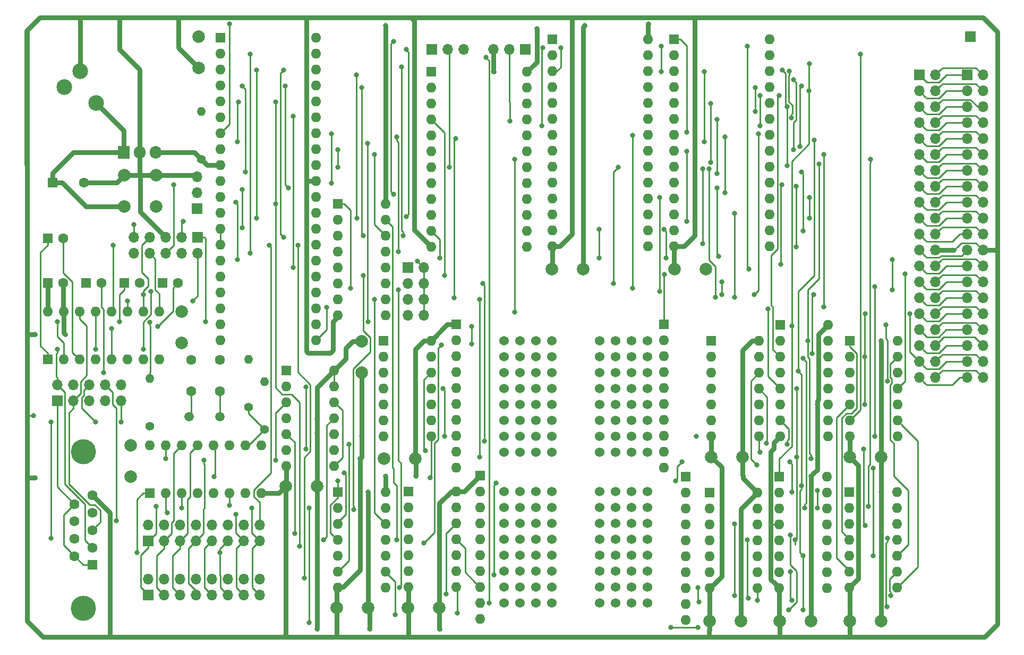
<source format=gbr>
G04 #@! TF.GenerationSoftware,KiCad,Pcbnew,5.1.4-e60b266~84~ubuntu18.04.1*
G04 #@! TF.CreationDate,2022-01-19T21:44:36+01:00*
G04 #@! TF.ProjectId,Serial_Mem_MPF-B,53657269-616c-45f4-9d65-6d5f4d50462d,rev?*
G04 #@! TF.SameCoordinates,Original*
G04 #@! TF.FileFunction,Copper,L2,Bot*
G04 #@! TF.FilePolarity,Positive*
%FSLAX46Y46*%
G04 Gerber Fmt 4.6, Leading zero omitted, Abs format (unit mm)*
G04 Created by KiCad (PCBNEW 5.1.4-e60b266~84~ubuntu18.04.1) date 2022-01-19 21:44:37*
%MOMM*%
%LPD*%
G04 APERTURE LIST*
%ADD10O,1.700000X1.700000*%
%ADD11R,1.700000X1.700000*%
%ADD12O,1.600000X1.600000*%
%ADD13R,1.600000X1.600000*%
%ADD14C,1.600000*%
%ADD15C,2.000000*%
%ADD16C,1.500000*%
%ADD17C,1.524000*%
%ADD18O,1.905000X2.000000*%
%ADD19R,1.905000X2.000000*%
%ADD20O,1.400000X1.400000*%
%ADD21C,1.400000*%
%ADD22C,2.500000*%
%ADD23C,4.000000*%
%ADD24C,0.800000*%
%ADD25C,0.250000*%
%ADD26C,0.750000*%
G04 APERTURE END LIST*
D10*
X133858000Y-78740000D03*
X131318000Y-78740000D03*
X133858000Y-76200000D03*
X131318000Y-76200000D03*
X133858000Y-73660000D03*
X131318000Y-73660000D03*
X133858000Y-71120000D03*
D11*
X131318000Y-71120000D03*
D12*
X127762000Y-106934000D03*
X120142000Y-122174000D03*
X127762000Y-109474000D03*
X120142000Y-119634000D03*
X127762000Y-112014000D03*
X120142000Y-117094000D03*
X127762000Y-114554000D03*
X120142000Y-114554000D03*
X127762000Y-117094000D03*
X120142000Y-112014000D03*
X127762000Y-119634000D03*
X120142000Y-109474000D03*
X127762000Y-122174000D03*
D13*
X120142000Y-106934000D03*
D12*
X209296000Y-106934000D03*
X201676000Y-122174000D03*
X209296000Y-109474000D03*
X201676000Y-119634000D03*
X209296000Y-112014000D03*
X201676000Y-117094000D03*
X209296000Y-114554000D03*
X201676000Y-114554000D03*
X209296000Y-117094000D03*
X201676000Y-112014000D03*
X209296000Y-119634000D03*
X201676000Y-109474000D03*
X209296000Y-122174000D03*
D13*
X201676000Y-106934000D03*
D12*
X127762000Y-60960000D03*
X120142000Y-78740000D03*
X127762000Y-63500000D03*
X120142000Y-76200000D03*
X127762000Y-66040000D03*
X120142000Y-73660000D03*
X127762000Y-68580000D03*
X120142000Y-71120000D03*
X127762000Y-71120000D03*
X120142000Y-68580000D03*
X127762000Y-73660000D03*
X120142000Y-66040000D03*
X127762000Y-76200000D03*
X120142000Y-63500000D03*
X127762000Y-78740000D03*
D13*
X120142000Y-60960000D03*
D10*
X140258800Y-36322000D03*
X137718800Y-36322000D03*
D11*
X135178800Y-36322000D03*
D12*
X150317200Y-39878000D03*
X135077200Y-67818000D03*
X150317200Y-42418000D03*
X135077200Y-65278000D03*
X150317200Y-44958000D03*
X135077200Y-62738000D03*
X150317200Y-47498000D03*
X135077200Y-60198000D03*
X150317200Y-50038000D03*
X135077200Y-57658000D03*
X150317200Y-52578000D03*
X135077200Y-55118000D03*
X150317200Y-55118000D03*
X135077200Y-52578000D03*
X150317200Y-57658000D03*
X135077200Y-50038000D03*
X150317200Y-60198000D03*
X135077200Y-47498000D03*
X150317200Y-62738000D03*
X135077200Y-44958000D03*
X150317200Y-65278000D03*
X135077200Y-42418000D03*
X150317200Y-67818000D03*
D13*
X135077200Y-39878000D03*
D10*
X144983200Y-36347400D03*
X147523200Y-36347400D03*
D11*
X150063200Y-36347400D03*
D10*
X223012000Y-88671400D03*
X220472000Y-88671400D03*
X223012000Y-86131400D03*
X220472000Y-86131400D03*
X223012000Y-83591400D03*
X220472000Y-83591400D03*
X223012000Y-81051400D03*
X220472000Y-81051400D03*
X223012000Y-78511400D03*
X220472000Y-78511400D03*
X223012000Y-75971400D03*
X220472000Y-75971400D03*
X223012000Y-73431400D03*
X220472000Y-73431400D03*
X223012000Y-70891400D03*
X220472000Y-70891400D03*
X223012000Y-68351400D03*
X220472000Y-68351400D03*
X223012000Y-65811400D03*
X220472000Y-65811400D03*
X223012000Y-63271400D03*
X220472000Y-63271400D03*
X223012000Y-60731400D03*
X220472000Y-60731400D03*
X223012000Y-58191400D03*
X220472000Y-58191400D03*
X223012000Y-55651400D03*
X220472000Y-55651400D03*
X223012000Y-53111400D03*
X220472000Y-53111400D03*
X223012000Y-50571400D03*
X220472000Y-50571400D03*
X223012000Y-48031400D03*
X220472000Y-48031400D03*
X223012000Y-45491400D03*
X220472000Y-45491400D03*
X223012000Y-42951400D03*
X220472000Y-42951400D03*
X223012000Y-40411400D03*
D11*
X220472000Y-40411400D03*
D10*
X215417400Y-88671400D03*
X212877400Y-88671400D03*
X215417400Y-86131400D03*
X212877400Y-86131400D03*
X215417400Y-83591400D03*
X212877400Y-83591400D03*
X215417400Y-81051400D03*
X212877400Y-81051400D03*
X215417400Y-78511400D03*
X212877400Y-78511400D03*
X215417400Y-75971400D03*
X212877400Y-75971400D03*
X215417400Y-73431400D03*
X212877400Y-73431400D03*
X215417400Y-70891400D03*
X212877400Y-70891400D03*
X215417400Y-68351400D03*
X212877400Y-68351400D03*
X215417400Y-65811400D03*
X212877400Y-65811400D03*
X215417400Y-63271400D03*
X212877400Y-63271400D03*
X215417400Y-60731400D03*
X212877400Y-60731400D03*
X215417400Y-58191400D03*
X212877400Y-58191400D03*
X215417400Y-55651400D03*
X212877400Y-55651400D03*
X215417400Y-53111400D03*
X212877400Y-53111400D03*
X215417400Y-50571400D03*
X212877400Y-50571400D03*
X215417400Y-48031400D03*
X212877400Y-48031400D03*
X215417400Y-45491400D03*
X212877400Y-45491400D03*
X215417400Y-42951400D03*
X212877400Y-42951400D03*
X215417400Y-40411400D03*
D11*
X212877400Y-40411400D03*
D12*
X198170800Y-104444800D03*
X190550800Y-122224800D03*
X198170800Y-106984800D03*
X190550800Y-119684800D03*
X198170800Y-109524800D03*
X190550800Y-117144800D03*
X198170800Y-112064800D03*
X190550800Y-114604800D03*
X198170800Y-114604800D03*
X190550800Y-112064800D03*
X198170800Y-117144800D03*
X190550800Y-109524800D03*
X198170800Y-119684800D03*
X190550800Y-106984800D03*
X198170800Y-122224800D03*
D13*
X190550800Y-104444800D03*
D14*
X88606000Y-73583800D03*
D13*
X86106000Y-73583800D03*
D15*
X111840000Y-106019600D03*
X116840000Y-106019600D03*
X97967800Y-39264600D03*
X97967800Y-34264600D03*
X87122000Y-104491800D03*
X87122000Y-99491800D03*
X201806800Y-101346000D03*
X206806800Y-101346000D03*
X190580000Y-127508000D03*
X195580000Y-127508000D03*
X131372600Y-125399800D03*
X136372600Y-125399800D03*
D12*
X116687600Y-34417000D03*
X101447600Y-82677000D03*
X116687600Y-36957000D03*
X101447600Y-80137000D03*
X116687600Y-39497000D03*
X101447600Y-77597000D03*
X116687600Y-42037000D03*
X101447600Y-75057000D03*
X116687600Y-44577000D03*
X101447600Y-72517000D03*
X116687600Y-47117000D03*
X101447600Y-69977000D03*
X116687600Y-49657000D03*
X101447600Y-67437000D03*
X116687600Y-52197000D03*
X101447600Y-64897000D03*
X116687600Y-54737000D03*
X101447600Y-62357000D03*
X116687600Y-57277000D03*
X101447600Y-59817000D03*
X116687600Y-59817000D03*
X101447600Y-57277000D03*
X116687600Y-62357000D03*
X101447600Y-54737000D03*
X116687600Y-64897000D03*
X101447600Y-52197000D03*
X116687600Y-67437000D03*
X101447600Y-49657000D03*
X116687600Y-69977000D03*
X101447600Y-47117000D03*
X116687600Y-72517000D03*
X101447600Y-44577000D03*
X116687600Y-75057000D03*
X101447600Y-42037000D03*
X116687600Y-77597000D03*
X101447600Y-39497000D03*
X116687600Y-80137000D03*
X101447600Y-36957000D03*
X116687600Y-82677000D03*
D13*
X101447600Y-34417000D03*
D12*
X119583200Y-87503000D03*
X111963200Y-102743000D03*
X119583200Y-90043000D03*
X111963200Y-100203000D03*
X119583200Y-92583000D03*
X111963200Y-97663000D03*
X119583200Y-95123000D03*
X111963200Y-95123000D03*
X119583200Y-97663000D03*
X111963200Y-92583000D03*
X119583200Y-100203000D03*
X111963200Y-90043000D03*
X119583200Y-102743000D03*
D13*
X111963200Y-87503000D03*
D12*
X73914000Y-78155800D03*
X91694000Y-85775800D03*
X76454000Y-78155800D03*
X89154000Y-85775800D03*
X78994000Y-78155800D03*
X86614000Y-85775800D03*
X81534000Y-78155800D03*
X84074000Y-85775800D03*
X84074000Y-78155800D03*
X81534000Y-85775800D03*
X86614000Y-78155800D03*
X78994000Y-85775800D03*
X89154000Y-78155800D03*
X76454000Y-85775800D03*
X91694000Y-78155800D03*
D13*
X73914000Y-85775800D03*
D16*
X101346000Y-94919800D03*
X96446000Y-94919800D03*
D10*
X85598000Y-89839800D03*
X85598000Y-92379800D03*
X83058000Y-89839800D03*
X83058000Y-92379800D03*
X80518000Y-89839800D03*
X80518000Y-92379800D03*
X77978000Y-89839800D03*
X77978000Y-92379800D03*
X75438000Y-89839800D03*
D11*
X75438000Y-92379800D03*
D17*
X149199600Y-106857800D03*
X149199600Y-124637800D03*
X149199600Y-122097800D03*
X149199600Y-111937800D03*
X149199600Y-117017800D03*
X146659600Y-109397800D03*
X149199600Y-119557800D03*
X149199600Y-114477800D03*
X154279600Y-114477800D03*
X154279600Y-122097800D03*
X154279600Y-106857800D03*
X154279600Y-109397800D03*
X154279600Y-119557800D03*
X154279600Y-124637800D03*
X154279600Y-117017800D03*
X154279600Y-111937800D03*
X151739600Y-106857800D03*
X151739600Y-109397800D03*
X151739600Y-111937800D03*
X151739600Y-114477800D03*
X151739600Y-117017800D03*
X151739600Y-119557800D03*
X151739600Y-122097800D03*
X151739600Y-124637800D03*
X146659600Y-124637800D03*
X146659600Y-122097800D03*
X146659600Y-119557800D03*
X146659600Y-117017800D03*
X146659600Y-114477800D03*
X146659600Y-111937800D03*
X149199600Y-109397800D03*
X146659600Y-106857800D03*
X164439600Y-106857800D03*
X164439600Y-124637800D03*
X164439600Y-122097800D03*
X164439600Y-111937800D03*
X164439600Y-117017800D03*
X161899600Y-109397800D03*
X164439600Y-119557800D03*
X164439600Y-114477800D03*
X169519600Y-114477800D03*
X169519600Y-122097800D03*
X169519600Y-106857800D03*
X169519600Y-109397800D03*
X169519600Y-119557800D03*
X169519600Y-124637800D03*
X169519600Y-117017800D03*
X169519600Y-111937800D03*
X166979600Y-106857800D03*
X166979600Y-109397800D03*
X166979600Y-111937800D03*
X166979600Y-114477800D03*
X166979600Y-117017800D03*
X166979600Y-119557800D03*
X166979600Y-122097800D03*
X166979600Y-124637800D03*
X161899600Y-124637800D03*
X161899600Y-122097800D03*
X161899600Y-119557800D03*
X161899600Y-117017800D03*
X161899600Y-114477800D03*
X161899600Y-111937800D03*
X164439600Y-109397800D03*
X161899600Y-106857800D03*
X164465000Y-82804000D03*
X164465000Y-100584000D03*
X164465000Y-98044000D03*
X164465000Y-87884000D03*
X164465000Y-92964000D03*
X161925000Y-85344000D03*
X164465000Y-95504000D03*
X164465000Y-90424000D03*
X169545000Y-90424000D03*
X169545000Y-98044000D03*
X169545000Y-82804000D03*
X169545000Y-85344000D03*
X169545000Y-95504000D03*
X169545000Y-100584000D03*
X169545000Y-92964000D03*
X169545000Y-87884000D03*
X167005000Y-82804000D03*
X167005000Y-85344000D03*
X167005000Y-87884000D03*
X167005000Y-90424000D03*
X167005000Y-92964000D03*
X167005000Y-95504000D03*
X167005000Y-98044000D03*
X167005000Y-100584000D03*
X161925000Y-100584000D03*
X161925000Y-98044000D03*
X161925000Y-95504000D03*
X161925000Y-92964000D03*
X161925000Y-90424000D03*
X161925000Y-87884000D03*
X164465000Y-85344000D03*
X161925000Y-82804000D03*
X149225000Y-82804000D03*
X149225000Y-100584000D03*
X149225000Y-98044000D03*
X149225000Y-87884000D03*
X149225000Y-92964000D03*
X146685000Y-85344000D03*
X149225000Y-95504000D03*
X149225000Y-90424000D03*
X154305000Y-90424000D03*
X154305000Y-98044000D03*
X154305000Y-82804000D03*
X154305000Y-85344000D03*
X154305000Y-95504000D03*
X154305000Y-100584000D03*
X154305000Y-92964000D03*
X154305000Y-87884000D03*
X151765000Y-82804000D03*
X151765000Y-85344000D03*
X151765000Y-87884000D03*
X151765000Y-90424000D03*
X151765000Y-92964000D03*
X151765000Y-95504000D03*
X151765000Y-98044000D03*
X151765000Y-100584000D03*
X146685000Y-100584000D03*
X146685000Y-98044000D03*
X146685000Y-95504000D03*
X146685000Y-92964000D03*
X146685000Y-90424000D03*
X146685000Y-87884000D03*
X149225000Y-85344000D03*
X146685000Y-82804000D03*
D12*
X139039600Y-106857800D03*
X131419600Y-122097800D03*
X139039600Y-109397800D03*
X131419600Y-119557800D03*
X139039600Y-111937800D03*
X131419600Y-117017800D03*
X139039600Y-114477800D03*
X131419600Y-114477800D03*
X139039600Y-117017800D03*
X131419600Y-111937800D03*
X139039600Y-119557800D03*
X131419600Y-109397800D03*
X139039600Y-122097800D03*
D13*
X131419600Y-106857800D03*
D12*
X187071000Y-107010200D03*
X179451000Y-122250200D03*
X187071000Y-109550200D03*
X179451000Y-119710200D03*
X187071000Y-112090200D03*
X179451000Y-117170200D03*
X187071000Y-114630200D03*
X179451000Y-114630200D03*
X187071000Y-117170200D03*
X179451000Y-112090200D03*
X187071000Y-119710200D03*
X179451000Y-109550200D03*
X187071000Y-122250200D03*
D13*
X179451000Y-107010200D03*
D12*
X135026400Y-82778600D03*
X127406400Y-98018600D03*
X135026400Y-85318600D03*
X127406400Y-95478600D03*
X135026400Y-87858600D03*
X127406400Y-92938600D03*
X135026400Y-90398600D03*
X127406400Y-90398600D03*
X135026400Y-92938600D03*
X127406400Y-87858600D03*
X135026400Y-95478600D03*
X127406400Y-85318600D03*
X135026400Y-98018600D03*
D13*
X127406400Y-82778600D03*
D12*
X187325000Y-82829400D03*
X179705000Y-98069400D03*
X187325000Y-85369400D03*
X179705000Y-95529400D03*
X187325000Y-87909400D03*
X179705000Y-92989400D03*
X187325000Y-90449400D03*
X179705000Y-90449400D03*
X187325000Y-92989400D03*
X179705000Y-87909400D03*
X187325000Y-95529400D03*
X179705000Y-85369400D03*
X187325000Y-98069400D03*
D13*
X179705000Y-82829400D03*
D12*
X169570800Y-34723400D03*
X154330800Y-67743400D03*
X169570800Y-37263400D03*
X154330800Y-65203400D03*
X169570800Y-39803400D03*
X154330800Y-62663400D03*
X169570800Y-42343400D03*
X154330800Y-60123400D03*
X169570800Y-44883400D03*
X154330800Y-57583400D03*
X169570800Y-47423400D03*
X154330800Y-55043400D03*
X169570800Y-49963400D03*
X154330800Y-52503400D03*
X169570800Y-52503400D03*
X154330800Y-49963400D03*
X169570800Y-55043400D03*
X154330800Y-47423400D03*
X169570800Y-57583400D03*
X154330800Y-44883400D03*
X169570800Y-60123400D03*
X154330800Y-42343400D03*
X169570800Y-62663400D03*
X154330800Y-39803400D03*
X169570800Y-65203400D03*
X154330800Y-37263400D03*
X169570800Y-67743400D03*
D13*
X154330800Y-34723400D03*
D12*
X188970800Y-34723400D03*
X173730800Y-67743400D03*
X188970800Y-37263400D03*
X173730800Y-65203400D03*
X188970800Y-39803400D03*
X173730800Y-62663400D03*
X188970800Y-42343400D03*
X173730800Y-60123400D03*
X188970800Y-44883400D03*
X173730800Y-57583400D03*
X188970800Y-47423400D03*
X173730800Y-55043400D03*
X188970800Y-49963400D03*
X173730800Y-52503400D03*
X188970800Y-52503400D03*
X173730800Y-49963400D03*
X188970800Y-55043400D03*
X173730800Y-47423400D03*
X188970800Y-57583400D03*
X173730800Y-44883400D03*
X188970800Y-60123400D03*
X173730800Y-42343400D03*
X188970800Y-62663400D03*
X173730800Y-39803400D03*
X188970800Y-65203400D03*
X173730800Y-37263400D03*
X188970800Y-67743400D03*
D13*
X173730800Y-34723400D03*
D12*
X209372200Y-82829400D03*
X201752200Y-98069400D03*
X209372200Y-85369400D03*
X201752200Y-95529400D03*
X209372200Y-87909400D03*
X201752200Y-92989400D03*
X209372200Y-90449400D03*
X201752200Y-90449400D03*
X209372200Y-92989400D03*
X201752200Y-87909400D03*
X209372200Y-95529400D03*
X201752200Y-85369400D03*
X209372200Y-98069400D03*
D13*
X201752200Y-82829400D03*
D12*
X198297800Y-80289400D03*
X190677800Y-98069400D03*
X198297800Y-82829400D03*
X190677800Y-95529400D03*
X198297800Y-85369400D03*
X190677800Y-92989400D03*
X198297800Y-87909400D03*
X190677800Y-90449400D03*
X198297800Y-90449400D03*
X190677800Y-87909400D03*
X198297800Y-92989400D03*
X190677800Y-85369400D03*
X198297800Y-95529400D03*
X190677800Y-82829400D03*
X198297800Y-98069400D03*
D13*
X190677800Y-80289400D03*
D18*
X91116000Y-52731800D03*
X88576000Y-52731800D03*
D19*
X86036000Y-52731800D03*
D12*
X90170000Y-99491800D03*
X107950000Y-107111800D03*
X92710000Y-99491800D03*
X105410000Y-107111800D03*
X95250000Y-99491800D03*
X102870000Y-107111800D03*
X97790000Y-99491800D03*
X100330000Y-107111800D03*
X100330000Y-99491800D03*
X97790000Y-107111800D03*
X102870000Y-99491800D03*
X95250000Y-107111800D03*
X105410000Y-99491800D03*
X92710000Y-107111800D03*
X107950000Y-99491800D03*
D13*
X90170000Y-107111800D03*
D12*
X142849600Y-127177800D03*
X142849600Y-124637800D03*
X142849600Y-122097800D03*
X142849600Y-119557800D03*
X142849600Y-117017800D03*
X142849600Y-114477800D03*
X142849600Y-111937800D03*
X142849600Y-109397800D03*
X142849600Y-106857800D03*
D13*
X142849600Y-104317800D03*
D12*
X175641000Y-127330200D03*
X175641000Y-124790200D03*
X175641000Y-122250200D03*
X175641000Y-119710200D03*
X175641000Y-117170200D03*
X175641000Y-114630200D03*
X175641000Y-112090200D03*
X175641000Y-109550200D03*
X175641000Y-107010200D03*
D13*
X175641000Y-104470200D03*
D12*
X139039600Y-103047800D03*
X139039600Y-100507800D03*
X139039600Y-97967800D03*
X139039600Y-95427800D03*
X139039600Y-92887800D03*
X139039600Y-90347800D03*
X139039600Y-87807800D03*
X139039600Y-85267800D03*
X139039600Y-82727800D03*
D13*
X139039600Y-80187800D03*
D12*
X172186600Y-103047800D03*
X172186600Y-100507800D03*
X172186600Y-97967800D03*
X172186600Y-95427800D03*
X172186600Y-92887800D03*
X172186600Y-90347800D03*
X172186600Y-87807800D03*
X172186600Y-85267800D03*
X172186600Y-82727800D03*
D13*
X172186600Y-80187800D03*
D20*
X90170000Y-88823800D03*
D21*
X90170000Y-96443800D03*
D20*
X98374200Y-46177200D03*
D21*
X98374200Y-53797200D03*
D20*
X105918000Y-85775800D03*
D21*
X105918000Y-93395800D03*
D20*
X108458000Y-89331800D03*
D21*
X108458000Y-96951800D03*
D22*
X81661000Y-44881800D03*
X79121000Y-39801800D03*
X76581000Y-42341800D03*
D11*
X220980000Y-34290000D03*
D10*
X107696000Y-120827800D03*
X107696000Y-123367800D03*
X105156000Y-120827800D03*
X105156000Y-123367800D03*
X102616000Y-120827800D03*
X102616000Y-123367800D03*
X100076000Y-120827800D03*
X100076000Y-123367800D03*
X97536000Y-120827800D03*
X97536000Y-123367800D03*
X94996000Y-120827800D03*
X94996000Y-123367800D03*
X92456000Y-120827800D03*
X92456000Y-123367800D03*
X89916000Y-120827800D03*
D11*
X89916000Y-123367800D03*
D10*
X107696000Y-112191800D03*
X107696000Y-114731800D03*
X105156000Y-112191800D03*
X105156000Y-114731800D03*
X102616000Y-112191800D03*
X102616000Y-114731800D03*
X100076000Y-112191800D03*
X100076000Y-114731800D03*
X97536000Y-112191800D03*
X97536000Y-114731800D03*
X94996000Y-112191800D03*
X94996000Y-114731800D03*
X92456000Y-112191800D03*
X92456000Y-114731800D03*
X89916000Y-112191800D03*
D11*
X89916000Y-114731800D03*
D23*
X79606000Y-125501800D03*
X79606000Y-100501800D03*
D14*
X78186000Y-108846800D03*
X78186000Y-111616800D03*
X78186000Y-114386800D03*
X78186000Y-117156800D03*
X81026000Y-107461800D03*
X81026000Y-110231800D03*
X81026000Y-113001800D03*
X81026000Y-115771800D03*
D13*
X81026000Y-118541800D03*
D10*
X97713800Y-56616600D03*
X97713800Y-59156600D03*
D11*
X97713800Y-61696600D03*
D10*
X87630000Y-68808600D03*
X87630000Y-66268600D03*
X90170000Y-68808600D03*
X90170000Y-66268600D03*
X92710000Y-68808600D03*
X92710000Y-66268600D03*
X95250000Y-68808600D03*
X95250000Y-66268600D03*
X97790000Y-68808600D03*
D11*
X97790000Y-66268600D03*
D15*
X91186000Y-56391800D03*
X91186000Y-61391800D03*
X86106000Y-56391800D03*
X86106000Y-61391800D03*
D14*
X79676000Y-57581800D03*
D13*
X74676000Y-57581800D03*
D15*
X179708800Y-101320600D03*
X184708800Y-101320600D03*
X95250000Y-78155800D03*
X95250000Y-83155800D03*
D14*
X82510000Y-73583800D03*
D13*
X80010000Y-73583800D03*
D14*
X94702000Y-73583800D03*
D13*
X92202000Y-73583800D03*
D14*
X76414000Y-66471800D03*
D13*
X73914000Y-66471800D03*
D15*
X173816000Y-71374000D03*
X178816000Y-71374000D03*
X201756000Y-127508000D03*
X206756000Y-127508000D03*
X154308800Y-71399400D03*
X159308800Y-71399400D03*
X119968000Y-125399800D03*
X124968000Y-125399800D03*
D14*
X76414000Y-73583800D03*
D13*
X73914000Y-73583800D03*
D15*
X123977400Y-87880200D03*
X123977400Y-82880200D03*
X179454800Y-127508000D03*
X184454800Y-127508000D03*
X127511800Y-101600000D03*
X132511800Y-101600000D03*
D14*
X96774000Y-85855800D03*
X96774000Y-90855800D03*
X101346000Y-85855800D03*
X101346000Y-90855800D03*
D24*
X71882000Y-81788000D03*
X71628000Y-94742000D03*
X71882000Y-104648000D03*
X100427800Y-104491800D03*
X76707974Y-81788000D03*
X123698000Y-101600000D03*
X123977400Y-98018600D03*
X119380000Y-84328000D03*
X151892000Y-33020000D03*
X144983200Y-39827200D03*
X196596000Y-92964000D03*
X136398000Y-128778000D03*
X125222000Y-128778000D03*
X116840002Y-128778000D03*
X127762000Y-32512000D03*
X116840000Y-95250000D03*
X116840000Y-97536000D03*
X195580000Y-104394000D03*
X172263001Y-72172990D03*
X124968000Y-106934000D03*
X127762000Y-104394000D03*
X132588000Y-104394000D03*
X206756000Y-106934000D03*
X206806800Y-82829400D03*
X184774461Y-104270641D03*
X169672000Y-32258004D03*
X159512000Y-32512000D03*
X99060000Y-79756000D03*
X86614000Y-76454000D03*
X97028000Y-76417010D03*
X84328000Y-67564000D03*
X95504000Y-63754000D03*
X93980000Y-57912000D03*
X89154000Y-75438000D03*
X87630000Y-64262000D03*
X104140000Y-69850000D03*
X103886000Y-60706000D03*
X104902000Y-64770000D03*
X104902000Y-58674000D03*
X113030000Y-71120000D03*
X132842000Y-70104000D03*
X113030000Y-46990002D03*
X102870000Y-32258000D03*
X109220000Y-67564000D03*
X115062000Y-90170000D03*
X115062000Y-100076000D03*
X205740000Y-98044000D03*
X167132000Y-50037998D03*
X205740000Y-74168000D03*
X167132000Y-74422000D03*
X186556924Y-75394957D03*
X195797010Y-84836000D03*
X196044957Y-75394957D03*
X187198000Y-49784000D03*
X185420000Y-35814000D03*
X210566000Y-72136000D03*
X185674000Y-71374000D03*
X203453994Y-37084000D03*
X179324000Y-55372000D03*
X142748000Y-101346000D03*
X142748000Y-76200000D03*
X121158000Y-103886000D03*
X180340000Y-75844968D03*
X143510000Y-98771999D03*
X164846000Y-55118000D03*
X164084000Y-73660000D03*
X143256000Y-73660000D03*
X121920000Y-99314000D03*
X117856000Y-114554000D03*
X95250000Y-109474000D03*
X106426000Y-109474000D03*
X92964000Y-110236000D03*
X103886000Y-110453000D03*
X113284000Y-113538000D03*
X110236000Y-101854000D03*
X98806000Y-101853998D03*
X92710000Y-101600000D03*
X91186000Y-109220000D03*
X102870000Y-109002990D03*
X186944000Y-102616000D03*
X177292000Y-98044000D03*
X188468003Y-99096990D03*
X134112000Y-100330000D03*
X137160000Y-98044000D03*
X136906000Y-90424000D03*
X183388000Y-112014000D03*
X183388002Y-123400957D03*
X185429800Y-114554000D03*
X177546000Y-122148162D03*
X185592012Y-123850968D03*
X177707288Y-124460004D03*
X137414000Y-123190000D03*
X192278000Y-113792000D03*
X192019347Y-125750989D03*
X177546000Y-128524000D03*
X173228000Y-128524000D03*
X129286000Y-126492000D03*
X134874000Y-104648000D03*
X205486000Y-103124000D03*
X205486000Y-117094000D03*
X207772000Y-114300000D03*
X207731000Y-125222000D03*
X139192000Y-126238000D03*
X203962000Y-100076000D03*
X204216000Y-112268000D03*
X187452000Y-100583998D03*
X187076887Y-124169010D03*
X208280000Y-123444000D03*
X196596000Y-109474000D03*
X196596000Y-106680000D03*
X145034000Y-120141998D03*
X145405587Y-105477731D03*
X91440000Y-80518000D03*
X84074000Y-80813000D03*
X89154000Y-84130800D03*
X90392679Y-74883279D03*
X85344000Y-79756000D03*
X75438010Y-79756000D03*
X90207066Y-79793066D03*
X82804000Y-87884000D03*
X84836000Y-111506000D03*
X74422000Y-95758000D03*
X74421996Y-114300000D03*
X85598000Y-95758000D03*
X81534000Y-95758000D03*
X81534000Y-84130800D03*
X75438000Y-84130800D03*
X204179010Y-92964000D03*
X204179010Y-85344000D03*
X148336000Y-53848000D03*
X204216000Y-78486000D03*
X148336000Y-78232002D03*
X208534000Y-74676000D03*
X208534000Y-69850000D03*
X118364000Y-77470006D03*
X180594000Y-58420000D03*
X119126000Y-57658000D03*
X119126000Y-49784000D03*
X180848000Y-69342000D03*
X178308000Y-67310000D03*
X178308000Y-55372000D03*
X120142000Y-55118000D03*
X120142000Y-52324000D03*
X175768000Y-63754000D03*
X175768000Y-52578000D03*
X125984000Y-53086000D03*
X181864000Y-59182000D03*
X181864000Y-50292000D03*
X129540000Y-50292000D03*
X129794000Y-68580000D03*
X180594000Y-56134000D03*
X180594000Y-47498000D03*
X137160000Y-72390000D03*
X124206010Y-72390000D03*
X122682000Y-109728000D03*
X179578000Y-44958000D03*
X179578000Y-54353411D03*
X205059401Y-53836400D03*
X204724000Y-109220000D03*
X123952000Y-42418000D03*
X124206000Y-66040000D03*
X193802000Y-51816000D03*
X194056000Y-42163992D03*
X178562000Y-51054000D03*
X178562000Y-39878000D03*
X171704000Y-39878000D03*
X155702012Y-36068000D03*
X123153000Y-40386000D03*
X123190000Y-63246000D03*
X171704000Y-35813994D03*
X186690000Y-42418000D03*
X186690000Y-46228000D03*
X192786000Y-52324000D03*
X192786000Y-41148000D03*
X110236000Y-44704000D03*
X110236000Y-60960000D03*
X114046000Y-115570000D03*
X133858000Y-115062000D03*
X136652000Y-83468599D03*
X141478000Y-83312000D03*
X141478000Y-80518000D03*
X207518000Y-80264000D03*
X207781810Y-89221908D03*
X211328000Y-78486000D03*
X173990000Y-105156000D03*
X175006000Y-102108000D03*
X193294001Y-90423991D03*
X188722000Y-77724000D03*
X193294000Y-101346000D03*
X120142000Y-105156000D03*
X193076992Y-114554000D03*
X104140000Y-51054000D03*
X104357000Y-44704000D03*
X124931010Y-51308000D03*
X124968000Y-79756000D03*
X183388000Y-62484000D03*
X131064000Y-62992000D03*
X183388000Y-75844968D03*
X131064000Y-36322000D03*
X171450000Y-59944000D03*
X129068990Y-59436000D03*
X171450000Y-74929994D03*
X129032000Y-35052000D03*
X105410000Y-55880000D03*
X104902000Y-42164000D03*
X190754000Y-70612004D03*
X190971010Y-57879761D03*
X172466000Y-69596000D03*
X172175000Y-65024000D03*
X161798000Y-69596000D03*
X161798000Y-65024000D03*
X130556002Y-66040000D03*
X136397998Y-69596000D03*
X130302002Y-39116000D03*
X195326000Y-63246000D03*
X195326000Y-59944000D03*
X111760000Y-42164000D03*
X112268000Y-58420000D03*
X107188000Y-63246000D03*
X107188000Y-39624000D03*
X106172000Y-68834000D03*
X106172000Y-37084000D03*
X193257010Y-67818000D03*
X193257010Y-58166000D03*
X194310000Y-65278000D03*
X194056000Y-55880000D03*
X111506000Y-39624000D03*
X111506000Y-66294000D03*
X197637400Y-53111400D03*
X197612000Y-77368968D03*
X194056000Y-105918000D03*
X115570000Y-109474000D03*
X115570000Y-127762000D03*
X196088000Y-50800000D03*
X193548000Y-87630000D03*
X194310000Y-117094000D03*
X194310000Y-125750999D03*
X175768000Y-49530000D03*
X194605000Y-109474000D03*
X194310000Y-85598000D03*
X190500000Y-43688000D03*
X187452000Y-43688000D03*
X187451992Y-48514000D03*
X191008000Y-39624000D03*
X192532000Y-106934000D03*
X196850000Y-54610000D03*
X195580000Y-101600022D03*
X195072000Y-82804000D03*
X192207940Y-102071010D03*
X191770000Y-54864000D03*
X191795400Y-45491400D03*
X192532000Y-80423011D03*
X195300600Y-42951400D03*
X195326000Y-38608000D03*
X152654000Y-48514000D03*
X152867000Y-36068000D03*
X192495010Y-47244000D03*
X192164469Y-39807766D03*
X191770000Y-99314002D03*
X181360653Y-73410653D03*
X181356000Y-75438000D03*
X138684000Y-75946000D03*
X138938000Y-50546000D03*
X147574000Y-47752000D03*
X192278000Y-119634000D03*
X144258187Y-124637800D03*
X192526296Y-124202385D03*
X143764000Y-37592000D03*
X114808000Y-120650000D03*
X113792000Y-67564000D03*
X137922000Y-55118000D03*
X101346000Y-116586000D03*
X88138000Y-116586000D03*
X129540000Y-114554000D03*
X125984000Y-76200000D03*
X122174000Y-74422000D03*
X129794000Y-74676000D03*
X130021754Y-122175458D03*
D25*
X101346000Y-90855800D02*
X101346000Y-94919800D01*
D26*
X88576000Y-39512802D02*
X85344000Y-36280802D01*
X88576000Y-52731800D02*
X88576000Y-39512802D01*
X85344000Y-36280802D02*
X85344000Y-35862798D01*
X85344000Y-35862798D02*
X85344000Y-31496000D01*
X85344000Y-31496000D02*
X85090000Y-31242000D01*
X72644000Y-31242000D02*
X70578399Y-33307600D01*
X70638035Y-127534035D02*
X73152000Y-130048000D01*
X223266000Y-130048000D02*
X225298000Y-128016000D01*
X79121000Y-31369000D02*
X79248000Y-31242000D01*
X79121000Y-39801800D02*
X79121000Y-31369000D01*
X85090000Y-31242000D02*
X79248000Y-31242000D01*
X79248000Y-31242000D02*
X72644000Y-31242000D01*
X201777600Y-129946400D02*
X201676000Y-130048000D01*
X201777600Y-122097800D02*
X201777600Y-129946400D01*
X201676000Y-130048000D02*
X223266000Y-130048000D01*
X190500000Y-130048000D02*
X201676000Y-130048000D01*
X179451000Y-129921000D02*
X179324000Y-130048000D01*
X179324000Y-130048000D02*
X190500000Y-130048000D01*
X131419600Y-129946400D02*
X131318000Y-130048000D01*
X131419600Y-122097800D02*
X131419600Y-129946400D01*
X131318000Y-130048000D02*
X179324000Y-130048000D01*
X119989600Y-129946400D02*
X119888000Y-130048000D01*
X119989600Y-122097800D02*
X119989600Y-129946400D01*
X119888000Y-130048000D02*
X131318000Y-130048000D01*
X83820000Y-110255800D02*
X83820000Y-129794000D01*
X81026000Y-107461800D02*
X83820000Y-110255800D01*
X83820000Y-129794000D02*
X83566000Y-130048000D01*
X73152000Y-130048000D02*
X83566000Y-130048000D01*
X111963200Y-105896400D02*
X111840000Y-106019600D01*
X111963200Y-102743000D02*
X111963200Y-105896400D01*
X110747800Y-107111800D02*
X111840000Y-106019600D01*
X107950000Y-107111800D02*
X110747800Y-107111800D01*
X111840000Y-129714000D02*
X111506000Y-130048000D01*
X111840000Y-106019600D02*
X111840000Y-129714000D01*
X83566000Y-130048000D02*
X111506000Y-130048000D01*
X111506000Y-130048000D02*
X119888000Y-130048000D01*
X154330800Y-71377400D02*
X154308800Y-71399400D01*
X154330800Y-67743400D02*
X154330800Y-71377400D01*
X173730800Y-71288800D02*
X173816000Y-71374000D01*
X173730800Y-67743400D02*
X173730800Y-71288800D01*
X154330800Y-67743400D02*
X155522600Y-67743400D01*
X157480000Y-65786000D02*
X157480000Y-31242000D01*
X155522600Y-67743400D02*
X157480000Y-65786000D01*
X157480000Y-31242000D02*
X131826000Y-31242000D01*
X131826000Y-31242000D02*
X113030000Y-31242000D01*
X94742000Y-36038800D02*
X94742000Y-31242000D01*
X97967800Y-39264600D02*
X94742000Y-36038800D01*
X113030000Y-31242000D02*
X94742000Y-31242000D01*
X94742000Y-31242000D02*
X86614000Y-31242000D01*
X84916000Y-57581800D02*
X86106000Y-56391800D01*
X79676000Y-57581800D02*
X84916000Y-57581800D01*
X86106000Y-56391800D02*
X88395800Y-56391800D01*
X88395800Y-56391800D02*
X91186000Y-56391800D01*
X97489000Y-56391800D02*
X97713800Y-56616600D01*
X91186000Y-56391800D02*
X97489000Y-56391800D01*
X179705000Y-101316800D02*
X179708800Y-101320600D01*
X179705000Y-98069400D02*
X179705000Y-101316800D01*
X201752200Y-101291400D02*
X201806800Y-101346000D01*
X201752200Y-98069400D02*
X201752200Y-101291400D01*
X225298000Y-128016000D02*
X225298000Y-68326000D01*
X225272600Y-68351400D02*
X225298000Y-68326000D01*
X223012000Y-68351400D02*
X225272600Y-68351400D01*
X215417400Y-68351400D02*
X218414600Y-68351400D01*
D25*
X221836999Y-67176399D02*
X219589601Y-67176399D01*
X223012000Y-68351400D02*
X221836999Y-67176399D01*
X219589601Y-67176399D02*
X218948000Y-67818000D01*
X218948000Y-67818000D02*
X218414600Y-68351400D01*
D26*
X127406400Y-101494600D02*
X127511800Y-101600000D01*
X120980200Y-122097800D02*
X119989600Y-122097800D01*
X203152601Y-120722799D02*
X202577599Y-121297801D01*
X202577599Y-121297801D02*
X201777600Y-122097800D01*
X189750801Y-121424801D02*
X190550800Y-122224800D01*
X189175799Y-120849799D02*
X189750801Y-121424801D01*
X76414000Y-78115800D02*
X76454000Y-78155800D01*
X70578399Y-33307600D02*
X70605381Y-75939381D01*
X76414000Y-75732000D02*
X76414000Y-78115800D01*
X76414000Y-73583800D02*
X76414000Y-75732000D01*
X70866000Y-81788000D02*
X70608920Y-81530920D01*
X71882000Y-81788000D02*
X70866000Y-81788000D01*
X70605381Y-75939381D02*
X70608920Y-81530920D01*
X203152601Y-110283399D02*
X203152601Y-120722799D01*
D25*
X189175799Y-112308431D02*
X189175799Y-112322201D01*
X189419430Y-112064800D02*
X189175799Y-112308431D01*
X190550800Y-112064800D02*
X189419430Y-112064800D01*
D26*
X189175799Y-112322201D02*
X189175799Y-120849799D01*
X122174000Y-120904000D02*
X120980200Y-122097800D01*
D25*
X70866000Y-94742000D02*
X70617439Y-94990561D01*
X71628000Y-94742000D02*
X70866000Y-94742000D01*
D26*
X70608920Y-81530920D02*
X70617439Y-94990561D01*
X70635086Y-104648000D02*
X70623543Y-104636457D01*
X71882000Y-104648000D02*
X70635086Y-104648000D01*
X70617439Y-94990561D02*
X70623543Y-104636457D01*
X70623543Y-104636457D02*
X70638035Y-127534035D01*
X179451000Y-127504200D02*
X179454800Y-127508000D01*
X179451000Y-122250200D02*
X179451000Y-127504200D01*
X179324000Y-129053013D02*
X179324000Y-130048000D01*
X179454800Y-128922213D02*
X179324000Y-129053013D01*
X179454800Y-127508000D02*
X179454800Y-128922213D01*
X190550800Y-127478800D02*
X190580000Y-127508000D01*
X190550800Y-122224800D02*
X190550800Y-127478800D01*
X190580000Y-129968000D02*
X190500000Y-130048000D01*
X190580000Y-127508000D02*
X190580000Y-129968000D01*
X132334000Y-31750000D02*
X131826000Y-31242000D01*
X135077200Y-67818000D02*
X132334000Y-65074800D01*
X132334000Y-65074800D02*
X132334000Y-31750000D01*
X86614000Y-31242000D02*
X85090000Y-31242000D01*
X88576000Y-56211600D02*
X88395800Y-56391800D01*
X88576000Y-52731800D02*
X88576000Y-56211600D01*
X76454000Y-78155800D02*
X76454000Y-81534026D01*
X76454000Y-81534026D02*
X76707974Y-81788000D01*
X123698000Y-119380000D02*
X122174000Y-120904000D01*
X123698000Y-101600000D02*
X123698000Y-119380000D01*
X123977400Y-87880200D02*
X123977400Y-98018600D01*
X123977400Y-101320600D02*
X123698000Y-101600000D01*
X123977400Y-98018600D02*
X123977400Y-101320600D01*
D25*
X100584000Y-104335600D02*
X100427800Y-104491800D01*
X100330000Y-99491800D02*
X100584000Y-99745800D01*
X100584000Y-99745800D02*
X100584000Y-104335600D01*
D26*
X190677800Y-98069400D02*
X189686913Y-99060287D01*
X189175799Y-100524466D02*
X189175799Y-112322201D01*
X189686913Y-100013352D02*
X189175799Y-100524466D01*
X189686913Y-99060287D02*
X189686913Y-100013352D01*
X180250999Y-121450201D02*
X179451000Y-122250200D01*
X181356000Y-120345200D02*
X180250999Y-121450201D01*
X179708800Y-101320600D02*
X181356000Y-102967800D01*
X181356000Y-102967800D02*
X181356000Y-120345200D01*
X115189006Y-57277000D02*
X116687600Y-57277000D01*
X113030000Y-31242000D02*
X115189006Y-31242000D01*
X115189006Y-31242000D02*
X115189006Y-57277000D01*
X88678145Y-62236745D02*
X91860001Y-65418601D01*
X91860001Y-65418601D02*
X92710000Y-66268600D01*
X88678145Y-56674145D02*
X88678145Y-62236745D01*
X88395800Y-56391800D02*
X88678145Y-56674145D01*
X157480000Y-31242000D02*
X177780020Y-31242000D01*
X225298000Y-33528000D02*
X225298000Y-68326000D01*
X119380000Y-83762315D02*
X119380000Y-84328000D01*
X119380000Y-79781400D02*
X119380000Y-83762315D01*
X120243600Y-78917800D02*
X119380000Y-79781400D01*
X118980001Y-84727999D02*
X119380000Y-84328000D01*
X115461999Y-84727999D02*
X118980001Y-84727999D01*
X115189006Y-57277000D02*
X115189006Y-84455006D01*
X115189006Y-84455006D02*
X115461999Y-84727999D01*
X203152601Y-102691801D02*
X203152601Y-110490000D01*
X201806800Y-101346000D02*
X203152601Y-102691801D01*
X70639712Y-33301712D02*
X70612000Y-33274000D01*
X73152000Y-130048000D02*
X70639712Y-127535712D01*
X223266000Y-130048000D02*
X73152000Y-130048000D01*
X70639712Y-127535712D02*
X70639712Y-33301712D01*
X225298000Y-127508000D02*
X225298000Y-128016000D01*
X225298000Y-33528000D02*
X225298000Y-127508000D01*
X177038000Y-31242000D02*
X223012000Y-31242000D01*
X177038000Y-66040000D02*
X177038000Y-31242000D01*
X223012000Y-31242000D02*
X225298000Y-33528000D01*
X173730800Y-67743400D02*
X175334600Y-67743400D01*
X175334600Y-67743400D02*
X177038000Y-66040000D01*
D25*
X96774000Y-94591800D02*
X96446000Y-94919800D01*
X96774000Y-90855800D02*
X96774000Y-94591800D01*
D26*
X99314000Y-54737000D02*
X98374200Y-53797200D01*
X101447600Y-54737000D02*
X99314000Y-54737000D01*
X97308800Y-52731800D02*
X98374200Y-53797200D01*
X91116000Y-52731800D02*
X97308800Y-52731800D01*
X151892000Y-38303200D02*
X150317200Y-39878000D01*
X151892000Y-33020000D02*
X151892000Y-38303200D01*
X144957800Y-36322000D02*
X144983200Y-36347400D01*
X144983200Y-39827200D02*
X144983200Y-36347400D01*
X145034000Y-39878000D02*
X144983200Y-39827200D01*
X132511800Y-100185787D02*
X132511800Y-101600000D01*
X132511800Y-84161830D02*
X132511800Y-100185787D01*
X133895030Y-82778600D02*
X132511800Y-84161830D01*
X135026400Y-82778600D02*
X133895030Y-82778600D01*
X184708800Y-99906387D02*
X184708800Y-101320600D01*
X184708800Y-84314230D02*
X184708800Y-99906387D01*
X186193630Y-82829400D02*
X184708800Y-84314230D01*
X187325000Y-82829400D02*
X186193630Y-82829400D01*
X73914000Y-73583800D02*
X73914000Y-78155800D01*
X136372600Y-125399800D02*
X136372600Y-128752600D01*
X136372600Y-128752600D02*
X136398000Y-128778000D01*
X125222000Y-125653800D02*
X124968000Y-125399800D01*
X125222000Y-128778000D02*
X125222000Y-125653800D01*
X136372600Y-108737400D02*
X136372600Y-125399800D01*
X139039600Y-106857800D02*
X138252200Y-106857800D01*
X138252200Y-106857800D02*
X136372600Y-108737400D01*
X119583200Y-87503000D02*
X116840000Y-90246200D01*
X116840000Y-106019600D02*
X116840000Y-128777998D01*
X116840000Y-128777998D02*
X116840002Y-128778000D01*
X116840000Y-90246200D02*
X116840000Y-95250000D01*
X116840000Y-95250000D02*
X116840000Y-97536000D01*
X116840000Y-97536000D02*
X116840000Y-106019600D01*
X195580000Y-125476000D02*
X195580000Y-127508000D01*
X195580000Y-104394000D02*
X195580000Y-125476000D01*
X122563187Y-82880200D02*
X121452998Y-83990389D01*
X123977400Y-82880200D02*
X122563187Y-82880200D01*
X121452998Y-83990389D02*
X121452998Y-85633202D01*
X121452998Y-85633202D02*
X120383199Y-86703001D01*
X120383199Y-86703001D02*
X119583200Y-87503000D01*
X127762000Y-42133031D02*
X127762000Y-32512000D01*
X127863600Y-61137800D02*
X127762000Y-61036200D01*
X127762000Y-61036200D02*
X127762000Y-42133031D01*
D25*
X172186600Y-72249391D02*
X172263001Y-72172990D01*
X172186600Y-80187800D02*
X172186600Y-72249391D01*
X119583200Y-88634370D02*
X119583200Y-90043000D01*
X119583200Y-87503000D02*
X119583200Y-88634370D01*
D26*
X124968000Y-123985587D02*
X124968000Y-125399800D01*
X124968000Y-106934000D02*
X124968000Y-123985587D01*
X132511800Y-101600000D02*
X132511800Y-101955600D01*
X127762000Y-106934000D02*
X127762000Y-104394000D01*
X132588000Y-101676200D02*
X132511800Y-101600000D01*
X132588000Y-104394000D02*
X132588000Y-101676200D01*
X206756000Y-126093787D02*
X206756000Y-127508000D01*
X206806800Y-102760213D02*
X206756000Y-102811013D01*
X206806800Y-101346000D02*
X206806800Y-102760213D01*
X206756000Y-102811013D02*
X206756000Y-106934000D01*
X206756000Y-106934000D02*
X206756000Y-126093787D01*
X184708800Y-104204980D02*
X184774461Y-104270641D01*
X187071000Y-107010200D02*
X184774461Y-104713661D01*
X184774461Y-104713661D02*
X184774461Y-104270641D01*
X184708800Y-101320600D02*
X184708800Y-104204980D01*
X195979999Y-103994001D02*
X195580000Y-104394000D01*
X196596000Y-92964000D02*
X196596000Y-103378000D01*
X196596000Y-103378000D02*
X195979999Y-103994001D01*
X184454800Y-126093787D02*
X184454800Y-127508000D01*
X187071000Y-107010200D02*
X184454800Y-109626400D01*
X184454800Y-109626400D02*
X184454800Y-126093787D01*
X169570800Y-32359204D02*
X169672000Y-32258004D01*
X169570800Y-34723400D02*
X169570800Y-32359204D01*
X159308800Y-71399400D02*
X159308800Y-32715200D01*
X159308800Y-32715200D02*
X159512000Y-32512000D01*
X198297800Y-80289400D02*
X196772012Y-81815188D01*
X196596000Y-92398315D02*
X196596000Y-92964000D01*
X196772012Y-81815188D02*
X196772012Y-92222303D01*
X196772012Y-92222303D02*
X196596000Y-92398315D01*
X137617200Y-80187800D02*
X135026400Y-82778600D01*
X139039600Y-80187800D02*
X137617200Y-80187800D01*
X140309600Y-106857800D02*
X142849600Y-104317800D01*
X139039600Y-106857800D02*
X140309600Y-106857800D01*
X206806800Y-99931787D02*
X206806800Y-101346000D01*
X206806800Y-82829400D02*
X206806800Y-99931787D01*
D25*
X99060000Y-66438600D02*
X99060000Y-79756000D01*
X97790000Y-66268600D02*
X98890000Y-66268600D01*
X98890000Y-66268600D02*
X99060000Y-66438600D01*
X86614000Y-78155800D02*
X86614000Y-76454000D01*
X97790000Y-68808600D02*
X97790000Y-75655010D01*
X97427999Y-76017011D02*
X97028000Y-76417010D01*
X97790000Y-75655010D02*
X97427999Y-76017011D01*
X84328000Y-77901800D02*
X84074000Y-78155800D01*
X84328000Y-67564000D02*
X84328000Y-77901800D01*
X95250000Y-66268600D02*
X95250000Y-64008000D01*
X95250000Y-64008000D02*
X95504000Y-63754000D01*
X93980000Y-58477685D02*
X93980000Y-57912000D01*
X93980000Y-67538600D02*
X93980000Y-58477685D01*
X92710000Y-68808600D02*
X93980000Y-67538600D01*
X89154000Y-75438000D02*
X89154000Y-78155800D01*
X90170000Y-66268600D02*
X88900000Y-67538600D01*
X88900000Y-71882000D02*
X89916000Y-72898000D01*
X89916000Y-72898000D02*
X89916000Y-74110315D01*
X88900000Y-67538600D02*
X88900000Y-71882000D01*
X89154000Y-74872315D02*
X89154000Y-75438000D01*
X89916000Y-74110315D02*
X89154000Y-74872315D01*
X91694000Y-75260802D02*
X91694000Y-77024430D01*
X91694000Y-77024430D02*
X91694000Y-78155800D01*
X90170000Y-68808600D02*
X91076999Y-69715599D01*
X91076999Y-74643801D02*
X91694000Y-75260802D01*
X91076999Y-69715599D02*
X91076999Y-74643801D01*
X87630000Y-66268600D02*
X87630000Y-64262000D01*
X104140000Y-69850000D02*
X104140000Y-60960000D01*
X104140000Y-60960000D02*
X103886000Y-60706000D01*
X104902000Y-64770000D02*
X104902000Y-58674000D01*
X133241999Y-70503999D02*
X132842000Y-70104000D01*
X133858000Y-78740000D02*
X133858000Y-71120000D01*
X133858000Y-71120000D02*
X133241999Y-70503999D01*
X113030000Y-71120000D02*
X113030000Y-46990002D01*
X102870000Y-32823685D02*
X102870000Y-32258000D01*
X102870000Y-48234600D02*
X102870000Y-32823685D01*
X101447600Y-49657000D02*
X102870000Y-48234600D01*
X105918000Y-94411800D02*
X108458000Y-96951800D01*
X105918000Y-93395800D02*
X105918000Y-94411800D01*
X105918000Y-99491800D02*
X105410000Y-99491800D01*
X108458000Y-96951800D02*
X105918000Y-99491800D01*
X101447600Y-64897000D02*
X101447600Y-67437000D01*
X120904000Y-93903800D02*
X120383199Y-93382999D01*
X119583200Y-102743000D02*
X120904000Y-101422200D01*
X120383199Y-93382999D02*
X119583200Y-92583000D01*
X120904000Y-101422200D02*
X120904000Y-93903800D01*
X107696000Y-108522802D02*
X106824999Y-107651801D01*
X106824999Y-107651801D02*
X106824999Y-106571799D01*
X106824999Y-106571799D02*
X109483001Y-103913797D01*
X109483001Y-103913797D02*
X109483001Y-67827001D01*
X107696000Y-112191800D02*
X107696000Y-108522802D01*
X109483001Y-67827001D02*
X109220000Y-67564000D01*
X115062000Y-90170000D02*
X115062000Y-100076000D01*
X111963200Y-92583000D02*
X110236000Y-94310200D01*
X205740000Y-98044000D02*
X205740000Y-74168000D01*
X167132000Y-50037998D02*
X167132000Y-74422000D01*
X195797010Y-84836000D02*
X195797010Y-75642904D01*
X195797010Y-75642904D02*
X196044957Y-75394957D01*
X186556924Y-75394957D02*
X187198000Y-74753881D01*
X187198000Y-74753881D02*
X187198000Y-50349685D01*
X187198000Y-50349685D02*
X187198000Y-49784000D01*
X210566000Y-89255600D02*
X209372200Y-90449400D01*
X210566000Y-72136000D02*
X210566000Y-89255600D01*
X185420000Y-71120000D02*
X185674000Y-71374000D01*
X185420000Y-35814000D02*
X185420000Y-71120000D01*
X203453994Y-37649685D02*
X203453994Y-37084000D01*
X201752200Y-95529400D02*
X203453994Y-93827606D01*
X203453994Y-93827606D02*
X203453994Y-37649685D01*
X142748000Y-101346000D02*
X142748000Y-76200000D01*
X180340000Y-70936998D02*
X180340000Y-75279283D01*
X180340000Y-75279283D02*
X180340000Y-75844968D01*
X179324000Y-55372000D02*
X179324000Y-69920998D01*
X179324000Y-69920998D02*
X180340000Y-70936998D01*
X121412000Y-104140000D02*
X121158000Y-103886000D01*
X119989600Y-111937800D02*
X121412000Y-110515400D01*
X121412000Y-110515400D02*
X121412000Y-104140000D01*
X143510000Y-73914000D02*
X143256000Y-73660000D01*
X143510000Y-98771999D02*
X143510000Y-73914000D01*
X164846000Y-55118000D02*
X164084000Y-55880000D01*
X164084000Y-55880000D02*
X164084000Y-73660000D01*
X121920000Y-117856000D02*
X121920000Y-99879685D01*
X121920000Y-99879685D02*
X121920000Y-99314000D01*
X120142000Y-119634000D02*
X121920000Y-117856000D01*
D26*
X86036000Y-49256800D02*
X86036000Y-52731800D01*
X81661000Y-44881800D02*
X86036000Y-49256800D01*
X74676000Y-56031800D02*
X74676000Y-57581800D01*
X77976000Y-52731800D02*
X74676000Y-56031800D01*
X86036000Y-52731800D02*
X77976000Y-52731800D01*
X80036000Y-61391800D02*
X84691787Y-61391800D01*
X76226000Y-57581800D02*
X80036000Y-61391800D01*
X84691787Y-61391800D02*
X86106000Y-61391800D01*
X74676000Y-57581800D02*
X76226000Y-57581800D01*
D25*
X106846001Y-115581799D02*
X107696000Y-114731800D01*
X106520999Y-122192799D02*
X106520999Y-115906801D01*
X106520999Y-115906801D02*
X106846001Y-115581799D01*
X107696000Y-123367800D02*
X106520999Y-122192799D01*
X118414589Y-113995411D02*
X117856000Y-114554000D01*
X119583200Y-95123000D02*
X118414589Y-96291611D01*
X118414589Y-96291611D02*
X118414589Y-113995411D01*
X95250000Y-107111800D02*
X95250000Y-109474000D01*
X106426000Y-113461800D02*
X106426000Y-110039685D01*
X107696000Y-114731800D02*
X106426000Y-113461800D01*
X106426000Y-110039685D02*
X106426000Y-109474000D01*
X103980999Y-115906801D02*
X104306001Y-115581799D01*
X104306001Y-115581799D02*
X105156000Y-114731800D01*
X103980999Y-122192799D02*
X103980999Y-115906801D01*
X105156000Y-123367800D02*
X103980999Y-122192799D01*
X92710000Y-107111800D02*
X92710000Y-109982000D01*
X92710000Y-109982000D02*
X92964000Y-110236000D01*
X104306001Y-113881801D02*
X105156000Y-114731800D01*
X103886000Y-110453000D02*
X103886000Y-113461800D01*
X103886000Y-113461800D02*
X104306001Y-113881801D01*
X101766001Y-122517801D02*
X102616000Y-123367800D01*
X101440999Y-122192799D02*
X101766001Y-122517801D01*
X101440999Y-120263799D02*
X101440999Y-122192799D01*
X101346000Y-120168800D02*
X101440999Y-120263799D01*
X102616000Y-114731800D02*
X101346000Y-116001800D01*
X101346000Y-116001800D02*
X101346000Y-116586000D01*
X92964000Y-99745800D02*
X92710000Y-99491800D01*
X98900999Y-115906801D02*
X99226001Y-115581799D01*
X98900999Y-122192799D02*
X98900999Y-115906801D01*
X99226001Y-115581799D02*
X100076000Y-114731800D01*
X100076000Y-123367800D02*
X98900999Y-122192799D01*
X113284000Y-98983800D02*
X111963200Y-97663000D01*
X113284000Y-113538000D02*
X113284000Y-98983800D01*
X97536000Y-122682000D02*
X97536000Y-123367800D01*
X96360999Y-121506999D02*
X97536000Y-122682000D01*
X97536000Y-114731800D02*
X96360999Y-115906801D01*
X96360999Y-115906801D02*
X96360999Y-121506999D01*
X110236000Y-94310200D02*
X110236000Y-101854000D01*
X98951993Y-102565676D02*
X98806000Y-102419683D01*
X97536000Y-114731800D02*
X98711001Y-113556799D01*
X98711001Y-113556799D02*
X98711001Y-109697803D01*
X98806000Y-102419683D02*
X98806000Y-101853998D01*
X98711001Y-109697803D02*
X98951993Y-109456811D01*
X98951993Y-109456811D02*
X98951993Y-102565676D01*
X92710000Y-99491800D02*
X92710000Y-101600000D01*
X94146001Y-122517801D02*
X94996000Y-123367800D01*
X93820999Y-122192799D02*
X94146001Y-122517801D01*
X93820999Y-117108882D02*
X93820999Y-122192799D01*
X94996000Y-115933881D02*
X93820999Y-117108882D01*
X94996000Y-114731800D02*
X94996000Y-115933881D01*
X96171001Y-113556799D02*
X95845999Y-113881801D01*
X96171001Y-108145799D02*
X96171001Y-113556799D01*
X95845999Y-113881801D02*
X94996000Y-114731800D01*
X96664999Y-107651801D02*
X96171001Y-108145799D01*
X96664999Y-100616801D02*
X96664999Y-107651801D01*
X97790000Y-99491800D02*
X96664999Y-100616801D01*
X91606001Y-122517801D02*
X92456000Y-123367800D01*
X91280999Y-122192799D02*
X91606001Y-122517801D01*
X91280999Y-117108882D02*
X91280999Y-122192799D01*
X92456000Y-115933881D02*
X91280999Y-117108882D01*
X92456000Y-114731800D02*
X92456000Y-115933881D01*
X93305999Y-113881801D02*
X92456000Y-114731800D01*
X93631001Y-113556799D02*
X93305999Y-113881801D01*
X93631001Y-111817797D02*
X93631001Y-113556799D01*
X93980000Y-111468798D02*
X93631001Y-111817797D01*
X93980000Y-100761800D02*
X93980000Y-111468798D01*
X95250000Y-99491800D02*
X93980000Y-100761800D01*
X89916000Y-123274000D02*
X89916000Y-123367800D01*
X88740999Y-117006801D02*
X88740999Y-122098999D01*
X89916000Y-114731800D02*
X89916000Y-115831800D01*
X88740999Y-122098999D02*
X89916000Y-123274000D01*
X89916000Y-115831800D02*
X88740999Y-117006801D01*
X102870000Y-107111800D02*
X102870000Y-109002990D01*
X91186000Y-113538000D02*
X91186000Y-109220000D01*
X89916000Y-114731800D02*
X89992200Y-114731800D01*
X89992200Y-114731800D02*
X91186000Y-113538000D01*
X186544001Y-102216001D02*
X186944000Y-102616000D01*
X186033801Y-101705801D02*
X186544001Y-102216001D01*
X187325000Y-87909400D02*
X186033801Y-89200599D01*
X186033801Y-89200599D02*
X186033801Y-101705801D01*
X188613999Y-98950994D02*
X188468003Y-99096990D01*
X187325000Y-90449400D02*
X188613999Y-91738399D01*
X188613999Y-91738399D02*
X188613999Y-98950994D01*
X179603400Y-92887800D02*
X179705000Y-92989400D01*
X133901399Y-100119399D02*
X134112000Y-100330000D01*
X135026400Y-87858600D02*
X133901399Y-88983601D01*
X133901399Y-88983601D02*
X133901399Y-100119399D01*
X137160000Y-98044000D02*
X137160000Y-90678000D01*
X137160000Y-90678000D02*
X136906000Y-90424000D01*
X183388000Y-112014000D02*
X183388000Y-123400955D01*
X183388000Y-123400955D02*
X183388002Y-123400957D01*
X185429800Y-123688756D02*
X185592012Y-123850968D01*
X185429800Y-114554000D02*
X185429800Y-123688756D01*
X177546000Y-124298716D02*
X177707288Y-124460004D01*
X177546000Y-122148162D02*
X177546000Y-124298716D01*
X137414000Y-113563400D02*
X139039600Y-111937800D01*
X137414000Y-123190000D02*
X137414000Y-113563400D01*
X142049601Y-121297801D02*
X142849600Y-122097800D01*
X140462000Y-119710200D02*
X142049601Y-121297801D01*
X140462000Y-115900200D02*
X140462000Y-119710200D01*
X139039600Y-114477800D02*
X140462000Y-115900200D01*
X208788000Y-104394000D02*
X211074000Y-106680000D01*
X208506812Y-88873906D02*
X208506812Y-89569910D01*
X208247199Y-86494401D02*
X208247199Y-88614293D01*
X208247199Y-98609401D02*
X208788000Y-99150202D01*
X211074000Y-115341400D02*
X210197599Y-116217801D01*
X208247199Y-88614293D02*
X208506812Y-88873906D01*
X211074000Y-106680000D02*
X211074000Y-115341400D01*
X209372200Y-85369400D02*
X208247199Y-86494401D01*
X208247199Y-89829523D02*
X208247199Y-98609401D01*
X210197599Y-116217801D02*
X209397600Y-117017800D01*
X208506812Y-89569910D02*
X208247199Y-89829523D01*
X208788000Y-99150202D02*
X208788000Y-104394000D01*
X200952201Y-93789399D02*
X201752200Y-92989400D01*
X199644000Y-95097600D02*
X200952201Y-93789399D01*
X201777600Y-119557800D02*
X199644000Y-117424200D01*
X199644000Y-117424200D02*
X199644000Y-95097600D01*
X210172199Y-96329399D02*
X209372200Y-95529400D01*
X212598000Y-98755200D02*
X210172199Y-96329399D01*
X212598000Y-118897400D02*
X212598000Y-98755200D01*
X209397600Y-122097800D02*
X212598000Y-118897400D01*
X200481799Y-113181999D02*
X200977601Y-113677801D01*
X200481799Y-95134799D02*
X200481799Y-113181999D01*
X200977601Y-113677801D02*
X201777600Y-114477800D01*
X201212199Y-94404399D02*
X200481799Y-95134799D01*
X202013601Y-94404399D02*
X201212199Y-94404399D01*
X202877201Y-93540799D02*
X202013601Y-94404399D01*
X202877201Y-84829399D02*
X202877201Y-93540799D01*
X201752200Y-83704398D02*
X202877201Y-84829399D01*
X201752200Y-82829400D02*
X201752200Y-83704398D01*
X177546000Y-128524000D02*
X173228000Y-128524000D01*
X127609600Y-119557800D02*
X129286000Y-121234200D01*
X129286000Y-125926315D02*
X129286000Y-126492000D01*
X129286000Y-121234200D02*
X129286000Y-125926315D01*
X192024000Y-125746336D02*
X192019347Y-125750989D01*
X192024000Y-125730000D02*
X192024000Y-125746336D01*
X192278000Y-113792000D02*
X192278000Y-118560998D01*
X192278000Y-118560998D02*
X193198862Y-119481860D01*
X193198862Y-119481860D02*
X193198862Y-119538862D01*
X193294000Y-124460000D02*
X192024000Y-125730000D01*
X193198862Y-119538862D02*
X193294000Y-119634000D01*
X193294000Y-119634000D02*
X193294000Y-124460000D01*
X135026400Y-98018600D02*
X135026400Y-104495600D01*
X135026400Y-104495600D02*
X134874000Y-104648000D01*
X205486000Y-103124000D02*
X205486000Y-117094000D01*
X207554999Y-125045999D02*
X207731000Y-125222000D01*
X207554999Y-115082686D02*
X207554999Y-125045999D01*
X207772000Y-114300000D02*
X207772000Y-114865685D01*
X207772000Y-114865685D02*
X207554999Y-115082686D01*
X139192000Y-122250200D02*
X139039600Y-122097800D01*
X139192000Y-126238000D02*
X139192000Y-122250200D01*
X203962000Y-112014000D02*
X204216000Y-112268000D01*
X203962000Y-100076000D02*
X203962000Y-112014000D01*
X187325000Y-100456998D02*
X187452000Y-100583998D01*
X187325000Y-98069400D02*
X187325000Y-100456998D01*
X187071000Y-124163123D02*
X187076887Y-124169010D01*
X187071000Y-122250200D02*
X187071000Y-124163123D01*
X208170999Y-122769314D02*
X208280000Y-122878315D01*
X208280000Y-122878315D02*
X208280000Y-123444000D01*
X209397600Y-119557800D02*
X208170999Y-120784401D01*
X208170999Y-120784401D02*
X208170999Y-122769314D01*
X196596000Y-109474000D02*
X196596000Y-106680000D01*
X145034000Y-105849318D02*
X145405587Y-105477731D01*
X145034000Y-120141998D02*
X145034000Y-105849318D01*
X78194001Y-84975801D02*
X78994000Y-85775800D01*
X77868999Y-84650799D02*
X78194001Y-84975801D01*
X77868999Y-73373797D02*
X77868999Y-84650799D01*
X76414000Y-71918798D02*
X77868999Y-73373797D01*
X76414000Y-66471800D02*
X76414000Y-71918798D01*
X72788999Y-68646801D02*
X72788999Y-83600799D01*
X73914000Y-84725800D02*
X73914000Y-85775800D01*
X73914000Y-67521800D02*
X72788999Y-68646801D01*
X72788999Y-83600799D02*
X73914000Y-84725800D01*
X73914000Y-66471800D02*
X73914000Y-67521800D01*
X93902001Y-78055999D02*
X91440000Y-80518000D01*
X94702000Y-73583800D02*
X93902001Y-74383799D01*
X93902001Y-74383799D02*
X93902001Y-78055999D01*
X84074000Y-81378685D02*
X84074000Y-85775800D01*
X84074000Y-80813000D02*
X84074000Y-81378685D01*
X89154000Y-79820802D02*
X90392679Y-78582123D01*
X89154000Y-84130800D02*
X89154000Y-79820802D01*
X90392679Y-78582123D02*
X90392679Y-75448964D01*
X90392679Y-75448964D02*
X90392679Y-74883279D01*
X86106000Y-73583800D02*
X86106000Y-74633800D01*
X86106000Y-74633800D02*
X85344000Y-75395800D01*
X85344000Y-75395800D02*
X85344000Y-79756000D01*
X76454000Y-85775800D02*
X76454000Y-83115004D01*
X76454000Y-83115004D02*
X75438010Y-82099014D01*
X75438010Y-80321685D02*
X75438010Y-79756000D01*
X75438010Y-82099014D02*
X75438010Y-80321685D01*
X90170000Y-87833851D02*
X90279001Y-87724850D01*
X90207066Y-80358751D02*
X90207066Y-79793066D01*
X90279001Y-87724850D02*
X90279001Y-80430686D01*
X90279001Y-80430686D02*
X90207066Y-80358751D01*
X90170000Y-88823800D02*
X90170000Y-87833851D01*
X82804000Y-77760798D02*
X82804000Y-87884000D01*
X82510000Y-73583800D02*
X82510000Y-77466798D01*
X82510000Y-77466798D02*
X82804000Y-77760798D01*
X84836000Y-93546800D02*
X84836000Y-111506000D01*
X84233001Y-92943801D02*
X84836000Y-93546800D01*
X83058000Y-89839800D02*
X84233001Y-91014801D01*
X84233001Y-91014801D02*
X84233001Y-92943801D01*
X74422000Y-114299996D02*
X74421996Y-114300000D01*
X74422000Y-95758000D02*
X74422000Y-114299996D01*
X85598000Y-95758000D02*
X85598000Y-92379800D01*
X79342999Y-93566999D02*
X81534000Y-95758000D01*
X79342999Y-91815799D02*
X79342999Y-93566999D01*
X79668001Y-91490797D02*
X79342999Y-91815799D01*
X80518000Y-89839800D02*
X79668001Y-90689799D01*
X79668001Y-90689799D02*
X79668001Y-91490797D01*
X79571000Y-118541800D02*
X78186000Y-117156800D01*
X81026000Y-118541800D02*
X79571000Y-118541800D01*
X77386001Y-116356801D02*
X78186000Y-117156800D01*
X78186000Y-108846800D02*
X76454000Y-110578800D01*
X76454000Y-115424800D02*
X77386001Y-116356801D01*
X76454000Y-110578800D02*
X76454000Y-115424800D01*
X75438000Y-106098800D02*
X78186000Y-108846800D01*
X75438000Y-92379800D02*
X75438000Y-106098800D01*
X78827999Y-91529801D02*
X77978000Y-92379800D01*
X79153001Y-91204799D02*
X78827999Y-91529801D01*
X79153001Y-89275799D02*
X79153001Y-91204799D01*
X80119001Y-88309799D02*
X79153001Y-89275799D01*
X80119001Y-80412171D02*
X80119001Y-88309799D01*
X78994000Y-79287170D02*
X80119001Y-80412171D01*
X78994000Y-78155800D02*
X78994000Y-79287170D01*
X82296000Y-111731800D02*
X81825999Y-112201801D01*
X77978000Y-93581881D02*
X77280999Y-94278882D01*
X81825999Y-112201801D02*
X81026000Y-113001800D01*
X77978000Y-92379800D02*
X77978000Y-93581881D01*
X82296000Y-109836798D02*
X82296000Y-111731800D01*
X80606612Y-108966000D02*
X81425202Y-108966000D01*
X77280999Y-105640387D02*
X80606612Y-108966000D01*
X77280999Y-94278882D02*
X77280999Y-105640387D01*
X81425202Y-108966000D02*
X82296000Y-109836798D01*
X81534000Y-78155800D02*
X81534000Y-84130800D01*
X75438000Y-88637719D02*
X75438000Y-89839800D01*
X75328999Y-84805486D02*
X75328999Y-88528718D01*
X75438000Y-84696485D02*
X75328999Y-84805486D01*
X75328999Y-88528718D02*
X75438000Y-88637719D01*
X75438000Y-84130800D02*
X75438000Y-84696485D01*
X80226001Y-114971801D02*
X81026000Y-115771800D01*
X79900999Y-114646799D02*
X80226001Y-114971801D01*
X76613001Y-105608799D02*
X79900999Y-108896797D01*
X79900999Y-108896797D02*
X79900999Y-114646799D01*
X76613001Y-91014801D02*
X76613001Y-105608799D01*
X75438000Y-89839800D02*
X76613001Y-91014801D01*
X216592401Y-87496399D02*
X216267399Y-87821401D01*
X221836999Y-87496399D02*
X216592401Y-87496399D01*
X216267399Y-87821401D02*
X215417400Y-88671400D01*
X223012000Y-88671400D02*
X221836999Y-87496399D01*
X204179010Y-85909685D02*
X204179010Y-92964000D01*
X204179010Y-85344000D02*
X204179010Y-85909685D01*
X204179010Y-78522990D02*
X204216000Y-78486000D01*
X204179010Y-85344000D02*
X204179010Y-78522990D01*
X148336000Y-53848000D02*
X148336000Y-78232002D01*
X216267399Y-85281401D02*
X215417400Y-86131400D01*
X216592401Y-84956399D02*
X216267399Y-85281401D01*
X221836999Y-84956399D02*
X216592401Y-84956399D01*
X223012000Y-86131400D02*
X221836999Y-84956399D01*
X216267399Y-75121401D02*
X215417400Y-75971400D01*
X216592401Y-74796399D02*
X216267399Y-75121401D01*
X221836999Y-74796399D02*
X216592401Y-74796399D01*
X223012000Y-75971400D02*
X221836999Y-74796399D01*
X208534000Y-74676000D02*
X208534000Y-69850000D01*
X118364000Y-81000600D02*
X118364000Y-77470006D01*
X116687600Y-82677000D02*
X118364000Y-81000600D01*
X216267399Y-64961401D02*
X215417400Y-65811400D01*
X216592401Y-64636399D02*
X216267399Y-64961401D01*
X221836999Y-64636399D02*
X216592401Y-64636399D01*
X223012000Y-65811400D02*
X221836999Y-64636399D01*
X119126000Y-57658000D02*
X119126000Y-49784000D01*
X180594000Y-69088000D02*
X180848000Y-69342000D01*
X180594000Y-58420000D02*
X180594000Y-69088000D01*
X216267399Y-62421401D02*
X215417400Y-63271400D01*
X216592401Y-62096399D02*
X216267399Y-62421401D01*
X221836999Y-62096399D02*
X216592401Y-62096399D01*
X223012000Y-63271400D02*
X221836999Y-62096399D01*
X178308000Y-67310000D02*
X178308000Y-55372000D01*
X120142000Y-55118000D02*
X120142000Y-52324000D01*
X216592401Y-59556399D02*
X216267399Y-59881401D01*
X216267399Y-59881401D02*
X215417400Y-60731400D01*
X221836999Y-59556399D02*
X216592401Y-59556399D01*
X223012000Y-60731400D02*
X221836999Y-59556399D01*
X175768000Y-63754000D02*
X175768000Y-52578000D01*
X125984000Y-64262000D02*
X125984000Y-53651685D01*
X125984000Y-53651685D02*
X125984000Y-53086000D01*
X127762000Y-66040000D02*
X125984000Y-64262000D01*
X216267399Y-57341401D02*
X215417400Y-58191400D01*
X221836999Y-57016399D02*
X216592401Y-57016399D01*
X216592401Y-57016399D02*
X216267399Y-57341401D01*
X223012000Y-58191400D02*
X221836999Y-57016399D01*
X181864000Y-59182000D02*
X181864000Y-50292000D01*
X129540000Y-50292000D02*
X129540000Y-50857685D01*
X129540000Y-50857685D02*
X129793991Y-51111676D01*
X129793991Y-51111676D02*
X129793991Y-68071991D01*
X129794000Y-68072000D02*
X129793991Y-68071991D01*
X129794000Y-68580000D02*
X129794000Y-68072000D01*
X129793991Y-68071991D02*
X129793991Y-68326009D01*
X216267399Y-54801401D02*
X215417400Y-55651400D01*
X216592401Y-54476399D02*
X216267399Y-54801401D01*
X221836999Y-54476399D02*
X216592401Y-54476399D01*
X223012000Y-55651400D02*
X221836999Y-54476399D01*
X180594000Y-56134000D02*
X180594000Y-47498000D01*
X124206010Y-81147808D02*
X125302401Y-82244199D01*
X122682000Y-109162315D02*
X122682000Y-109728000D01*
X125302401Y-82244199D02*
X125302401Y-84594197D01*
X122652399Y-87244199D02*
X122652399Y-109132714D01*
X122652399Y-109132714D02*
X122682000Y-109162315D01*
X125302401Y-84594197D02*
X122652399Y-87244199D01*
X124206010Y-72390000D02*
X124206010Y-81147808D01*
X137160000Y-69030998D02*
X137160000Y-72390000D01*
X135077200Y-47498000D02*
X137160000Y-49580800D01*
X137160000Y-49580800D02*
X137160000Y-69030998D01*
X216267399Y-52261401D02*
X215417400Y-53111400D01*
X216592401Y-51936399D02*
X216267399Y-52261401D01*
X221836999Y-51936399D02*
X216592401Y-51936399D01*
X223012000Y-53111400D02*
X221836999Y-51936399D01*
X179578000Y-44958000D02*
X179578000Y-54353411D01*
X209397600Y-109397800D02*
X209067400Y-109728000D01*
X204724000Y-108654315D02*
X204724000Y-109220000D01*
X204978004Y-102558994D02*
X204724000Y-102812998D01*
X204978004Y-54483482D02*
X204978004Y-102558994D01*
X205059401Y-54402085D02*
X204978004Y-54483482D01*
X204724000Y-102812998D02*
X204724000Y-108654315D01*
X205059401Y-53836400D02*
X205059401Y-54402085D01*
X216267399Y-49721401D02*
X215417400Y-50571400D01*
X216592401Y-49396399D02*
X216267399Y-49721401D01*
X221836999Y-49396399D02*
X216592401Y-49396399D01*
X223012000Y-50571400D02*
X221836999Y-49396399D01*
X123952000Y-42418000D02*
X123952000Y-65786000D01*
X123952000Y-65786000D02*
X124206000Y-66040000D01*
X193802000Y-51816000D02*
X193802000Y-42417992D01*
X193802000Y-42417992D02*
X194056000Y-42163992D01*
X216267399Y-47181401D02*
X215417400Y-48031400D01*
X216592401Y-46856399D02*
X216267399Y-47181401D01*
X221836999Y-46856399D02*
X216592401Y-46856399D01*
X223012000Y-48031400D02*
X221836999Y-46856399D01*
X178562000Y-51054000D02*
X178562000Y-39878000D01*
X155702012Y-36633685D02*
X155702012Y-36068000D01*
X155702012Y-39155088D02*
X155702012Y-36633685D01*
X154330800Y-39803400D02*
X155053700Y-39803400D01*
X155053700Y-39803400D02*
X155702012Y-39155088D01*
X123153000Y-40386000D02*
X123153000Y-63209000D01*
X123153000Y-63209000D02*
X123190000Y-63246000D01*
X171704000Y-39878000D02*
X171704000Y-35813994D01*
X216267399Y-44641401D02*
X215417400Y-45491400D01*
X221036001Y-44316399D02*
X216592401Y-44316399D01*
X222211002Y-45491400D02*
X221036001Y-44316399D01*
X216592401Y-44316399D02*
X216267399Y-44641401D01*
X223012000Y-45491400D02*
X222211002Y-45491400D01*
X186690000Y-42418000D02*
X186690000Y-46228000D01*
X216592401Y-41776399D02*
X216267399Y-42101401D01*
X216267399Y-42101401D02*
X215417400Y-42951400D01*
X221836999Y-41776399D02*
X216592401Y-41776399D01*
X223012000Y-42951400D02*
X221836999Y-41776399D01*
X216267399Y-39561401D02*
X215417400Y-40411400D01*
X216592401Y-39236399D02*
X216267399Y-39561401D01*
X221836999Y-39236399D02*
X216592401Y-39236399D01*
X223012000Y-40411400D02*
X221836999Y-39236399D01*
X193220012Y-47592002D02*
X193220012Y-41582012D01*
X193185999Y-41547999D02*
X192786000Y-41148000D01*
X193220012Y-41582012D02*
X193185999Y-41547999D01*
X192786000Y-52324000D02*
X192786000Y-48026014D01*
X192786000Y-48026014D02*
X193220012Y-47592002D01*
X214052401Y-89846401D02*
X213727399Y-89521399D01*
X218094918Y-89846401D02*
X214052401Y-89846401D01*
X219269919Y-88671400D02*
X218094918Y-89846401D01*
X213727399Y-89521399D02*
X212877400Y-88671400D01*
X220472000Y-88671400D02*
X219269919Y-88671400D01*
X110236000Y-44704000D02*
X110236000Y-60960000D01*
X114046000Y-92710000D02*
X114046000Y-115570000D01*
X114046000Y-92579000D02*
X114046000Y-92710000D01*
X112812999Y-91345999D02*
X114046000Y-92579000D01*
X110236000Y-60960000D02*
X110236000Y-90270800D01*
X111311199Y-91345999D02*
X112812999Y-91345999D01*
X110236000Y-90270800D02*
X111311199Y-91345999D01*
X136151401Y-83969198D02*
X136652000Y-83468599D01*
X136151401Y-98558601D02*
X136151401Y-83969198D01*
X135599001Y-99111001D02*
X136151401Y-98558601D01*
X133858000Y-115062000D02*
X135599001Y-113320999D01*
X135599001Y-113320999D02*
X135599001Y-99111001D01*
X141478000Y-83312000D02*
X141478000Y-80518000D01*
X207518000Y-82467598D02*
X207781810Y-82731408D01*
X207781810Y-82731408D02*
X207781810Y-88656223D01*
X207781810Y-88656223D02*
X207781810Y-89221908D01*
X207518000Y-80264000D02*
X207518000Y-82467598D01*
X214052401Y-87306401D02*
X213727399Y-86981399D01*
X215981401Y-87306401D02*
X214052401Y-87306401D01*
X217181802Y-86106000D02*
X215981401Y-87306401D01*
X213727399Y-86981399D02*
X212877400Y-86131400D01*
X220472000Y-86131400D02*
X220446600Y-86106000D01*
X220446600Y-86106000D02*
X217181802Y-86106000D01*
X211328000Y-84582000D02*
X212877400Y-86131400D01*
X211328000Y-78486000D02*
X211328000Y-84582000D01*
X119989600Y-114477800D02*
X120142000Y-114325400D01*
X119342001Y-113754001D02*
X120142000Y-114554000D01*
X119016999Y-108933999D02*
X119016999Y-113428999D01*
X120142000Y-107808998D02*
X119016999Y-108933999D01*
X119016999Y-113428999D02*
X119342001Y-113754001D01*
X120142000Y-106934000D02*
X120142000Y-107808998D01*
X174244000Y-102870000D02*
X174606001Y-102507999D01*
X174606001Y-102507999D02*
X175006000Y-102108000D01*
X173990000Y-105156000D02*
X174244000Y-104902000D01*
X174244000Y-104902000D02*
X174244000Y-102870000D01*
X188722000Y-78289685D02*
X188722000Y-77724000D01*
X188722000Y-88493600D02*
X188722000Y-78289685D01*
X190677800Y-90449400D02*
X188722000Y-88493600D01*
X193294000Y-90989677D02*
X193294000Y-100780315D01*
X193294001Y-90423991D02*
X193294000Y-90989677D01*
X193294000Y-100780315D02*
X193294000Y-101346000D01*
X120142000Y-106934000D02*
X120142000Y-105156000D01*
X193076992Y-115279008D02*
X193076992Y-115119685D01*
X193040000Y-115316000D02*
X193076992Y-115279008D01*
X193294000Y-101346000D02*
X193294000Y-114336992D01*
X193294000Y-114336992D02*
X193076992Y-114554000D01*
X193076992Y-115119685D02*
X193076992Y-114554000D01*
X213727399Y-79361399D02*
X212877400Y-78511400D01*
X214052401Y-79686401D02*
X213727399Y-79361399D01*
X215981401Y-79686401D02*
X214052401Y-79686401D01*
X217156402Y-78511400D02*
X215981401Y-79686401D01*
X220472000Y-78511400D02*
X217156402Y-78511400D01*
X104140000Y-51054000D02*
X104140000Y-44921000D01*
X104140000Y-44921000D02*
X104357000Y-44704000D01*
X124931010Y-79719010D02*
X124968000Y-79756000D01*
X124931010Y-51308000D02*
X124931010Y-79719010D01*
X213727399Y-76821399D02*
X212877400Y-75971400D01*
X214052401Y-77146401D02*
X213727399Y-76821399D01*
X215981401Y-77146401D02*
X214052401Y-77146401D01*
X217156402Y-75971400D02*
X215981401Y-77146401D01*
X220472000Y-75971400D02*
X217156402Y-75971400D01*
X183388000Y-62484000D02*
X183388000Y-75844968D01*
X131281001Y-36539001D02*
X131064000Y-36322000D01*
X131064000Y-62992000D02*
X131463999Y-62592001D01*
X131463999Y-36721999D02*
X131281001Y-36539001D01*
X131463999Y-62592001D02*
X131463999Y-36721999D01*
X214052401Y-74606401D02*
X213727399Y-74281399D01*
X215981401Y-74606401D02*
X214052401Y-74606401D01*
X217156402Y-73431400D02*
X215981401Y-74606401D01*
X213727399Y-74281399D02*
X212877400Y-73431400D01*
X220472000Y-73431400D02*
X217156402Y-73431400D01*
X171450000Y-59944000D02*
X171450000Y-74929994D01*
X128668991Y-59036001D02*
X128668991Y-35415009D01*
X128668991Y-35415009D02*
X129032000Y-35052000D01*
X129068990Y-59436000D02*
X128668991Y-59036001D01*
X213727399Y-71741399D02*
X212877400Y-70891400D01*
X214052401Y-72066401D02*
X213727399Y-71741399D01*
X215981401Y-72066401D02*
X214052401Y-72066401D01*
X217156402Y-70891400D02*
X215981401Y-72066401D01*
X220472000Y-70891400D02*
X217156402Y-70891400D01*
X105410000Y-55880000D02*
X105410000Y-42672000D01*
X105410000Y-42672000D02*
X104902000Y-42164000D01*
X190754000Y-70612004D02*
X190754000Y-58096771D01*
X190754000Y-58096771D02*
X190971010Y-57879761D01*
X215981401Y-69526401D02*
X214052401Y-69526401D01*
X214052401Y-69526401D02*
X213727399Y-69201399D01*
X216306403Y-69201399D02*
X215981401Y-69526401D01*
X213727399Y-69201399D02*
X212877400Y-68351400D01*
X219622001Y-69201399D02*
X216306403Y-69201399D01*
X220472000Y-68351400D02*
X219622001Y-69201399D01*
X172466000Y-69596000D02*
X172466000Y-65315000D01*
X172466000Y-65315000D02*
X172175000Y-65024000D01*
X161798000Y-69596000D02*
X161798000Y-65024000D01*
X136397998Y-66598798D02*
X136397998Y-69030315D01*
X136397998Y-69030315D02*
X136397998Y-69596000D01*
X135077200Y-65278000D02*
X136397998Y-66598798D01*
X130301998Y-65220311D02*
X130301998Y-39681689D01*
X130301998Y-39681689D02*
X130302002Y-39681685D01*
X130556002Y-65474315D02*
X130301998Y-65220311D01*
X130556002Y-66040000D02*
X130556002Y-65474315D01*
X130302002Y-39681685D02*
X130302002Y-39116000D01*
X213727399Y-64121399D02*
X212877400Y-63271400D01*
X214052401Y-64446401D02*
X213727399Y-64121399D01*
X215981401Y-64446401D02*
X214052401Y-64446401D01*
X217156402Y-63271400D02*
X215981401Y-64446401D01*
X220472000Y-63271400D02*
X217156402Y-63271400D01*
X195326000Y-63246000D02*
X195326000Y-59944000D01*
X111760000Y-42164000D02*
X111760000Y-57912000D01*
X111868001Y-58020001D02*
X112268000Y-58420000D01*
X111760000Y-57912000D02*
X111868001Y-58020001D01*
X214052401Y-61906401D02*
X213727399Y-61581399D01*
X213727399Y-61581399D02*
X212877400Y-60731400D01*
X215981401Y-61906401D02*
X214052401Y-61906401D01*
X217156402Y-60731400D02*
X215981401Y-61906401D01*
X220472000Y-60731400D02*
X217156402Y-60731400D01*
X107188000Y-63246000D02*
X107188000Y-39624000D01*
X213727399Y-59041399D02*
X212877400Y-58191400D01*
X214052401Y-59366401D02*
X213727399Y-59041399D01*
X215981401Y-59366401D02*
X214052401Y-59366401D01*
X217156402Y-58191400D02*
X215981401Y-59366401D01*
X220472000Y-58191400D02*
X217156402Y-58191400D01*
X106172000Y-68834000D02*
X106172000Y-37084000D01*
X193257010Y-67818000D02*
X193257010Y-67252315D01*
X193257010Y-67252315D02*
X193257010Y-58166000D01*
X213727399Y-56501399D02*
X212877400Y-55651400D01*
X215981401Y-56826401D02*
X214052401Y-56826401D01*
X214052401Y-56826401D02*
X213727399Y-56501399D01*
X217156402Y-55651400D02*
X215981401Y-56826401D01*
X220472000Y-55651400D02*
X217156402Y-55651400D01*
X194310000Y-65278000D02*
X194310000Y-56134000D01*
X194310000Y-56134000D02*
X194056000Y-55880000D01*
X111106001Y-65894001D02*
X111506000Y-66294000D01*
X111034999Y-40095001D02*
X111034999Y-65822999D01*
X111034999Y-65822999D02*
X111106001Y-65894001D01*
X111506000Y-39624000D02*
X111034999Y-40095001D01*
X214052401Y-54286401D02*
X212877400Y-53111400D01*
X215981401Y-54286401D02*
X214052401Y-54286401D01*
X220472000Y-53111400D02*
X217156402Y-53111400D01*
X217156402Y-53111400D02*
X215981401Y-54286401D01*
X197637400Y-53111400D02*
X197637400Y-77343568D01*
X197637400Y-77343568D02*
X197612000Y-77368968D01*
X215981401Y-51746401D02*
X214052401Y-51746401D01*
X214052401Y-51746401D02*
X213727399Y-51421399D01*
X217156402Y-50571400D02*
X215981401Y-51746401D01*
X213727399Y-51421399D02*
X212877400Y-50571400D01*
X220472000Y-50571400D02*
X217156402Y-50571400D01*
X115570000Y-109474000D02*
X115570000Y-127762000D01*
X193548000Y-87064315D02*
X193548000Y-87630000D01*
X196088000Y-50800000D02*
X196088000Y-72390000D01*
X193548000Y-74930000D02*
X193548000Y-87064315D01*
X196088000Y-72390000D02*
X193548000Y-74930000D01*
X193947999Y-88029999D02*
X193548000Y-87630000D01*
X194056000Y-105918000D02*
X194056000Y-88138000D01*
X194056000Y-88138000D02*
X193947999Y-88029999D01*
X193910001Y-116694001D02*
X194310000Y-117094000D01*
X193802000Y-106737685D02*
X193802000Y-116586000D01*
X194056000Y-106483685D02*
X193802000Y-106737685D01*
X193802000Y-116586000D02*
X193910001Y-116694001D01*
X194056000Y-105918000D02*
X194056000Y-106483685D01*
X194310000Y-117493999D02*
X194310000Y-117094000D01*
X194310000Y-119597001D02*
X194310000Y-117493999D01*
X194310000Y-119634000D02*
X194310000Y-125750999D01*
X213727399Y-48881399D02*
X212877400Y-48031400D01*
X214052401Y-49206401D02*
X213727399Y-48881399D01*
X215981401Y-49206401D02*
X214052401Y-49206401D01*
X217156402Y-48031400D02*
X215981401Y-49206401D01*
X220472000Y-48031400D02*
X217156402Y-48031400D01*
X174780800Y-34723400D02*
X173730800Y-34723400D01*
X175768000Y-35710600D02*
X174780800Y-34723400D01*
X175768000Y-49530000D02*
X175768000Y-35710600D01*
X194605000Y-108908315D02*
X194813344Y-108699971D01*
X194813344Y-108699971D02*
X194813344Y-86101344D01*
X194605000Y-109474000D02*
X194605000Y-108908315D01*
X194709999Y-85997999D02*
X194310000Y-85598000D01*
X194813344Y-86101344D02*
X194709999Y-85997999D01*
X189504689Y-84196289D02*
X189504689Y-77433685D01*
X190246000Y-68133202D02*
X190246000Y-51816000D01*
X189230000Y-69149202D02*
X190246000Y-68133202D01*
X189504689Y-77433685D02*
X189230000Y-77158996D01*
X189230000Y-77158996D02*
X189230000Y-69149202D01*
X190677800Y-85369400D02*
X189504689Y-84196289D01*
X190246000Y-51816000D02*
X190246000Y-43942000D01*
X190246000Y-43942000D02*
X190500000Y-43688000D01*
X187452000Y-48513992D02*
X187451992Y-48514000D01*
X187452000Y-43688000D02*
X187452000Y-48513992D01*
X213727399Y-46341399D02*
X212877400Y-45491400D01*
X214052401Y-46666401D02*
X213727399Y-46341399D01*
X215981401Y-46666401D02*
X214052401Y-46666401D01*
X217156402Y-45491400D02*
X215981401Y-46666401D01*
X220472000Y-45491400D02*
X217156402Y-45491400D01*
X196850000Y-54610000D02*
X196850000Y-72898000D01*
X195072000Y-74676000D02*
X195072000Y-82238315D01*
X196850000Y-72898000D02*
X195072000Y-74676000D01*
X195072000Y-82238315D02*
X195072000Y-82804000D01*
X195326000Y-85659500D02*
X195072000Y-85405500D01*
X195072000Y-83369685D02*
X195072000Y-82804000D01*
X195326000Y-100780337D02*
X195326000Y-85659500D01*
X195580000Y-101600022D02*
X195580000Y-101034337D01*
X195072000Y-85405500D02*
X195072000Y-83369685D01*
X195580000Y-101034337D02*
X195326000Y-100780337D01*
X192532000Y-102395070D02*
X192207940Y-102071010D01*
X192532000Y-106934000D02*
X192532000Y-102395070D01*
X191770000Y-45516800D02*
X191795400Y-45491400D01*
X191770000Y-54864000D02*
X191770000Y-45516800D01*
X191516000Y-45212000D02*
X191795400Y-45491400D01*
X191008000Y-39624000D02*
X191516000Y-40132000D01*
X191516000Y-40132000D02*
X191516000Y-45212000D01*
X213727399Y-43801399D02*
X212877400Y-42951400D01*
X214052401Y-44126401D02*
X213727399Y-43801399D01*
X215981401Y-44126401D02*
X214052401Y-44126401D01*
X217156402Y-42951400D02*
X215981401Y-44126401D01*
X220472000Y-42951400D02*
X217156402Y-42951400D01*
X192532000Y-80988696D02*
X192532000Y-80423011D01*
X192532000Y-99625002D02*
X192532000Y-80988696D01*
X190550800Y-104444800D02*
X190550800Y-101606202D01*
X190550800Y-101606202D02*
X192532000Y-99625002D01*
X192532000Y-80423011D02*
X192532000Y-54159002D01*
X195300600Y-51390402D02*
X195300600Y-43517085D01*
X195300600Y-43517085D02*
X195300600Y-42951400D01*
X192532000Y-54159002D02*
X195300600Y-51390402D01*
X195300600Y-42951400D02*
X195300600Y-38633400D01*
X195300600Y-38633400D02*
X195326000Y-38608000D01*
X214052401Y-41586401D02*
X212877400Y-40411400D01*
X215981401Y-41586401D02*
X214052401Y-41586401D01*
X220472000Y-40411400D02*
X217156402Y-40411400D01*
X217156402Y-40411400D02*
X215981401Y-41586401D01*
X152654000Y-48514000D02*
X152654000Y-36281000D01*
X152654000Y-36281000D02*
X152867000Y-36068000D01*
X192024000Y-44646998D02*
X192024000Y-40513920D01*
X192024000Y-40513920D02*
X192164469Y-40373451D01*
X192641009Y-45264007D02*
X192024000Y-44646998D01*
X192641009Y-46532316D02*
X192641009Y-45264007D01*
X192495010Y-46678315D02*
X192641009Y-46532316D01*
X192495010Y-47244000D02*
X192495010Y-46678315D01*
X192164469Y-40373451D02*
X192164469Y-39807766D01*
X192024000Y-96875600D02*
X192024000Y-98494317D01*
X191770000Y-98748317D02*
X191770000Y-99314002D01*
X192024000Y-98494317D02*
X191770000Y-98748317D01*
X190677800Y-95529400D02*
X192024000Y-96875600D01*
X216267399Y-82741401D02*
X215417400Y-83591400D01*
X216782399Y-82226401D02*
X216267399Y-82741401D01*
X221647001Y-82226401D02*
X216782399Y-82226401D01*
X223012000Y-83591400D02*
X221647001Y-82226401D01*
X213727399Y-84441399D02*
X212877400Y-83591400D01*
X214052401Y-84766401D02*
X213727399Y-84441399D01*
X215981401Y-84766401D02*
X214052401Y-84766401D01*
X217156402Y-83591400D02*
X215981401Y-84766401D01*
X220472000Y-83591400D02*
X217156402Y-83591400D01*
X216267399Y-80201401D02*
X215417400Y-81051400D01*
X216592401Y-79876399D02*
X216267399Y-80201401D01*
X221836999Y-79876399D02*
X216592401Y-79876399D01*
X223012000Y-81051400D02*
X221836999Y-79876399D01*
X217144600Y-81051400D02*
X219269919Y-81051400D01*
X219269919Y-81051400D02*
X220472000Y-81051400D01*
X215969599Y-82226401D02*
X217144600Y-81051400D01*
X214052401Y-82226401D02*
X215969599Y-82226401D01*
X212877400Y-81051400D02*
X214052401Y-82226401D01*
X216267399Y-77661401D02*
X215417400Y-78511400D01*
X216592401Y-77336399D02*
X216267399Y-77661401D01*
X221836999Y-77336399D02*
X216592401Y-77336399D01*
X223012000Y-78511400D02*
X221836999Y-77336399D01*
X216267399Y-72581401D02*
X215417400Y-73431400D01*
X221836999Y-72256399D02*
X216592401Y-72256399D01*
X216592401Y-72256399D02*
X216267399Y-72581401D01*
X223012000Y-73431400D02*
X221836999Y-72256399D01*
X181360653Y-73410653D02*
X181360653Y-75433347D01*
X181360653Y-75433347D02*
X181356000Y-75438000D01*
X138684000Y-75946000D02*
X138684000Y-50800000D01*
X138684000Y-50800000D02*
X138938000Y-50546000D01*
X216267399Y-70041401D02*
X215417400Y-70891400D01*
X216592401Y-69716399D02*
X216267399Y-70041401D01*
X221836999Y-69716399D02*
X216592401Y-69716399D01*
X223012000Y-70891400D02*
X221836999Y-69716399D01*
X213727399Y-66661399D02*
X212877400Y-65811400D01*
X214052401Y-66986401D02*
X213727399Y-66661399D01*
X218094918Y-66986401D02*
X214052401Y-66986401D01*
X219269919Y-65811400D02*
X218094918Y-66986401D01*
X220472000Y-65811400D02*
X219269919Y-65811400D01*
X147523200Y-36347400D02*
X147523200Y-44704000D01*
X147574000Y-44754800D02*
X147523200Y-44704000D01*
X147574000Y-47752000D02*
X147574000Y-44754800D01*
X192278000Y-119634000D02*
X192278000Y-123954089D01*
X192278000Y-123954089D02*
X192526296Y-124202385D01*
X144258187Y-124637800D02*
X144258187Y-38086187D01*
X144163999Y-37991999D02*
X143764000Y-37592000D01*
X144258187Y-38086187D02*
X144163999Y-37991999D01*
X114808000Y-120650000D02*
X114808000Y-101403002D01*
X113792000Y-87826998D02*
X113792000Y-68129685D01*
X114808000Y-101403002D02*
X115787001Y-100424001D01*
X113792000Y-68129685D02*
X113792000Y-67564000D01*
X115787001Y-100424001D02*
X115787001Y-89821999D01*
X115787001Y-89821999D02*
X113792000Y-87826998D01*
X137922000Y-36525200D02*
X137718800Y-36322000D01*
X137922000Y-55118000D02*
X137922000Y-36525200D01*
X101346000Y-116586000D02*
X101346000Y-120168800D01*
X89120000Y-107111800D02*
X90170000Y-107111800D01*
X88138000Y-108093800D02*
X89120000Y-107111800D01*
X88138000Y-116586000D02*
X88138000Y-108093800D01*
X129540000Y-105918000D02*
X129540000Y-114554000D01*
X129032000Y-105410000D02*
X129540000Y-105918000D01*
X129032000Y-103159998D02*
X129032000Y-105410000D01*
X128887001Y-103014999D02*
X129032000Y-103159998D01*
X127762000Y-63500000D02*
X128887001Y-64625001D01*
X128887001Y-64625001D02*
X128887001Y-103014999D01*
X125984000Y-109361002D02*
X125984000Y-76200000D01*
X127762000Y-112014000D02*
X125984000Y-110236000D01*
X125984000Y-110236000D02*
X125984000Y-109361002D01*
X122174000Y-61942000D02*
X122174000Y-74422000D01*
X120142000Y-60960000D02*
X121192000Y-60960000D01*
X121192000Y-60960000D02*
X122174000Y-61942000D01*
X129794000Y-74676000D02*
X129794000Y-101854000D01*
X130265001Y-121932211D02*
X130021754Y-122175458D01*
X129794000Y-101854000D02*
X130265001Y-102325001D01*
X130265001Y-102325001D02*
X130265001Y-121932211D01*
M02*

</source>
